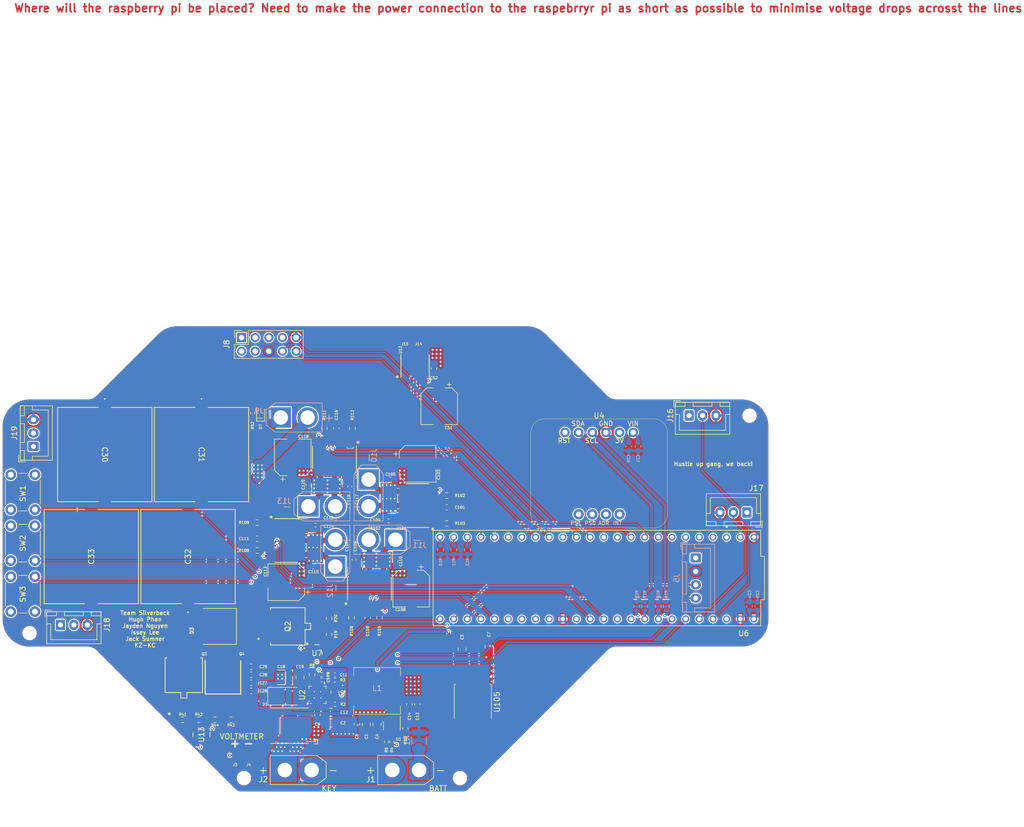
<source format=kicad_pcb>
(kicad_pcb (version 20240108) (generator "pcbnew") (generator_version "8.0")
  (layers (0 "F.Cu" signal) (1 "In1.Cu" signal) (2 "In2.Cu" signal) (31 "B.Cu" signal) (34 "B.Paste" user) (35 "F.Paste" user) (36 "B.SilkS" user "B.Silkscreen") (37 "F.SilkS" user "F.Silkscreen") (38 "B.Mask" user) (39 "F.Mask" user) (44 "Edge.Cuts" user))
  (net 0 "")
  (net 1 "Net-(U7-OUT)")
  (net 2 "Net-(U2-VCC)")
  (net 3 "Net-(U1-SW)")
  (net 4 "Net-(Q2-G)")
  (net 5 "/LINETX")
  (net 6 "Net-(D1-A)")
  (net 7 "GNDS")
  (net 8 "/SW3")
  (net 9 "/SW2")
  (net 10 "/SW1")
  (net 11 "/LINERX")
  (net 12 "/SDA")
  (net 13 "/SCL")
  (net 14 "/RPITX")
  (net 15 "/RPIRX")
  (net 16 "/M5IN2")
  (net 17 "/M5IN1")
  (net 18 "/M5B")
  (net 19 "/M5A")
  (net 20 "/M4IN2")
  (net 21 "/M4IN1")
  (net 22 "/M4B")
  (net 23 "/M4A")
  (net 24 "/M3IN2")
  (net 25 "/M3IN1")
  (net 26 "/M3B")
  (net 27 "/M3A")
  (net 28 "/M2IN2")
  (net 29 "/M2IN1")
  (net 30 "/M2B")
  (net 31 "/M2A")
  (net 32 "/M1IN2")
  (net 33 "/M1IN1")
  (net 34 "/M1B")
  (net 35 "/M1A")
  (net 36 "/KICK")
  (net 37 "/ENC4")
  (net 38 "/ENC3")
  (net 39 "/ENC2")
  (net 40 "/ENC1")
  (net 41 "+5V")
  (net 42 "+48V")
  (net 43 "+3V3")
  (net 44 "+15V")
  (net 45 "Net-(J1-Pin_2)")
  (net 47 "Net-(U2-SS)")
  (net 48 "Net-(U2-COMP)")
  (net 49 "Net-(C11-Pad1)")
  (net 50 "Net-(C26-Pad2)")
  (net 51 "Net-(C27-Pad2)")
  (net 52 "Net-(C28-Pad2)")
  (net 57 "Net-(J9-Pin_2)")
  (net 58 "Net-(U2-RT)")
  (net 59 "Net-(U2-FB)")
  (net 60 "Net-(U6-A4)")
  (net 61 "Net-(U6-A5)")
  (net 65 "Net-(Q3-G)")
  (net 66 "Net-(Q3-D)")
  (net 83 "Net-(U13-OUT)")
  (net 84 "/CHRG")
  (net 85 "GNDPWR")
  (net 86 "Net-(D7-A)")
  (net 87 "Net-(D7-K)")
  (net 88 "Net-(Q4-Pad1)")
  (net 89 "Net-(U1-VBST)")
  (net 90 "Net-(U1-VFB)")
  (net 92 "Net-(U101-DVDD)")
  (net 93 "Net-(U101-CPH)")
  (net 94 "Net-(U101-CPL)")
  (net 95 "Net-(U101-VCP)")
  (net 96 "Net-(U102-DVDD)")
  (net 97 "Net-(U102-CPL)")
  (net 98 "Net-(U102-CPH)")
  (net 99 "Net-(U102-VCP)")
  (net 100 "Net-(U103-DVDD)")
  (net 101 "Net-(U103-CPL)")
  (net 102 "Net-(U103-CPH)")
  (net 103 "Net-(U103-VCP)")
  (net 104 "Net-(U104-DVDD)")
  (net 105 "Net-(U104-CPL)")
  (net 106 "Net-(U104-CPH)")
  (net 107 "Net-(U104-VCP)")
  (net 108 "Net-(U101-DISABLE)")
  (net 109 "Net-(U101-NFAULT)")
  (net 110 "Net-(U102-DISABLE)")
  (net 111 "Net-(U102-NFAULT)")
  (net 112 "Net-(U103-DISABLE)")
  (net 113 "Net-(U103-NFAULT)")
  (net 114 "Net-(U104-DISABLE)")
  (net 115 "Net-(U104-NFAULT)")
  (footprint "865060663015:CAP_WCAP-ASLL_16p0X17p0_WRE" (layer "F.Cu") (at 104 137.25 -90)
    (property "Reference" "C30")
    (property "Value" "865060663015")
  )
  (footprint "Resistor_SMD:R_0603_1608Metric" (layer "F.Cu") (at 145.75 167.75 90)
    (property "Reference" "R20")
    (property "Value" "10K")
  )
  (footprint "Capacitor_SMD:C_0805_2012Metric" (layer "F.Cu") (at 140.3375 178.75 -90)
    (property "Reference" "C19")
    (property "Value" "100nF")
  )
  (footprint "Connector_AMASS:AMASS_XT30U-M_1x02_P5.0mm_Vertical" (layer "F.Cu") (at 162.5 196 180)
    (property "Reference" "J1")
    (property "Value" "4S Battery")
  )
  (footprint "Capacitor_SMD:C_0603_1608Metric" (layer "F.Cu") (at 141.975 142.85 -90)
    (property "Reference" "C120")
    (property "Value" "0.1uF")
  )
  (footprint "Capacitor_SMD:CP_Elec_6.3x5.9" (layer "F.Cu") (at 137.779 161.025 180)
    (property "Reference" "C113")
    (property "Value" "47uF")
  )
  (footprint "Connector_Wire:SolderWirePad_1x01_SMD_1x2mm" (layer "F.Cu") (at 159.85 114.9)
    (property "Reference" "J15")
    (property "Value" "-Motor 5")
  )
  (footprint "MountingHole:MountingHole_2.2mm_M2" (layer "F.Cu") (at 90 170.5)
    (property "Reference" "H2" (hide yes))
    (property "Value" "MountingHole")
  )
  (footprint "SBRD10200TR:DPAK228P1005X240-4N" (layer "F.Cu") (at 126.5 169.25 90)
    (property "Reference" "D3")
    (property "Value" "SBRD10200TR")
  )
  (footprint "Capacitor_SMD:C_0603_1608Metric" (layer "F.Cu") (at 131.2394 181.266352)
    (property "Reference" "C26")
    (property "Value" "470nF")
  )
  (footprint "Resistor_SMD:R_0603_1608Metric" (layer "F.Cu") (at 144.875 132.35 90)
    (property "Reference" "R111")
    (property "Value" "1K")
  )
  (footprint "Capacitor_SMD:C_0603_1608Metric" (layer "F.Cu") (at 131.2394 179.766352 180)
    (property "Reference" "C27")
    (property "Value" "470nF")
  )
  (footprint "Capacitor_SMD:C_0603_1608Metric" (layer "F.Cu") (at 131.2394 176.766352 180)
    (property "Reference" "C29")
    (property "Value" "470nF")
  )
  (footprint "Button_Switch_THT:SW_PUSH_6mm_H4.3mm" (layer "F.Cu") (at 86.5 157 90)
    (property "Reference" "SW2")
    (property "Value" "SPST")
  )
  (footprint "Package_TO_SOT_SMD:SOT-23-6" (layer "F.Cu") (at 157.43475 187.75 -90)
    (property "Reference" "U1")
    (property "Value" "TPS565208")
  )
  (footprint "Capacitor_SMD:C_0805_2012Metric" (layer "F.Cu") (at 154.68475 187.5 -90)
    (property "Reference" "C4")
    (property "Value" "10uF")
  )
  (footprint "Capacitor_SMD:C_0603_1608Metric" (layer "F.Cu") (at 143.2 151.275)
    (property "Reference" "C114")
    (property "Value" "1uF")
  )
  (footprint "Capacitor_SMD:C_0603_1608Metric" (layer "F.Cu") (at 157.15 141.975 180)
    (property "Reference" "C105")
    (property "Value" "0.1uF")
  )
  (footprint "Diode_SMD:D_SMA" (layer "F.Cu") (at 137.8375 182.25)
    (property "Reference" "D1")
    (property "Value" "SK220A")
  )
  (footprint "Capacitor_SMD:C_1210_3225Metric" (layer "F.Cu") (at 136.8375 178.75 180)
    (property "Reference" "C18")
    (property "Value" "2.2uF")
  )
  (footprint "Resistor_SMD:R_0603_1608Metric" (layer "F.Cu") (at 150.075 132.35 -90)
    (property "Reference" "R112")
    (property "Value" "10k")
  )
  (footprint "Capacitor_SMD:C_0805_2012Metric" (layer "F.Cu") (at 175.5 173 90)
    (property "Reference" "C7")
    (property "Value" "10uF")
  )
  (footprint "Capacitor_SMD:C_0603_1608Metric" (layer "F.Cu") (at 143.5875 185.75 90)
    (property "Reference" "C9")
    (property "Value" "1uF")
  )
  (footprint "Connector_JST:JST_XH_B3B-XH-A_1x03_P2.50mm_Vertical" (layer "F.Cu") (at 95.75 168.975)
    (property "Reference" "J18")
    (property "Value" "Encoder 3")
  )
  (footprint "Capacitor_SMD:C_0805_2012Metric" (layer "F.Cu") (at 146.0875 185.25 180)
    (property "Reference" "C12")
    (property "Value" "100nF")
  )
  (footprint "Capacitor_SMD:C_0603_1608Metric" (layer "F.Cu") (at 162.18475 183.75 -90)
    (property "Reference" "C13")
    (property "Value" "22uF")
  )
  (footprint "Capacitor_SMD:CP_Elec_6.3x5.9" (layer "F.Cu") (at 161.025 162.221 -90)
    (property "Reference" "C108")
    (property "Value" "47uF")
  )
  (footprint "865060663015:CAP_WCAP-ASLL_16p0X17p0_WRE" (layer "F.Cu") (at 119.5 156.25 90)
    (property "Reference" "C32")
    (property "Value" "865060663015")
  )
  (footprint "2.3 PCBs:Adafruit IMU BNO055" (layer "F.Cu") (at 196 140.75 180)
    (property "Reference" "U4")
    (property "Value" "Adafruit_BNO055_STEMMA_QT")
  )
  (footprint "Capacitor_SMD:C_0402_1005Metric" (layer "F.Cu") (at 144.3375 179.225)
    (property "Reference" "C5")
    (property "Value" "12nF")
  )
  (footprint "Resistor_SMD:R_0603_1608Metric" (layer "F.Cu") (at 149.925 167.65 90)
    (property "Reference" "R106")
    (property "Value" "10k")
  )
  (footprint "865060663015:CAP_WCAP-ASLL_16p0X17p0_WRE" (layer "F.Cu") (at 101.5 156.25 90)
    (property "Reference" "C33")
    (property "Value" "865060663015")
  )
  (footprint "Resistor_SMD:R_0603_1608Metric" (layer "F.Cu") (at 167.65 150.075 180)
    (property "Reference" "R103")
    (property "Value" "10k")
  )
  (footprint "Resistor_SMD:R_0402_1005Metric" (layer "F.Cu") (at 156.43475 190.75 -90)
    (property "Reference" "R5")
    (property "Value" "10k")
  )
  (footprint "Connector_JST:JST_XH_B3B-XH-A_1x03_P2.50mm_Vertical" (layer "F.Cu") (at 212.75 129.975)
    (property "Reference" "J16")
    (property "Value" "Encoder 1")
  )
  (footprint "Resistor_SMD:R_0603_1608Metric" (layer "F.Cu") (at 121.5 186.625452)
    (property "Reference" "R42")
    (property "Value" "10K")
  )
  (footprint "Connector_Wire:SolderWirePad_1x01_SMD_1x2mm" (layer "F.Cu") (at 128.25 193.25)
    (property "Reference" "J3")
    (property "Value" "+VOLTMETER")
  )
  (footprint "Capacitor_SMD:C_0402_1005Metric" (layer "F.Cu") (at 146.8375 178.25)
    (property "Reference" "C11")
    (property "Value" "33nF")
  )
  (footprint "Button_Switch_THT:SW_PUSH_6mm_H4.3mm" (layer "F.Cu") (at 86.5 147.5 90)
    (property "Reference" "SW1")
    (property "Value" "SPST")
  )
  (footprint "Capacitor_SMD:C_0603_1608Metric" (layer "F.Cu") (at 156.8 150.475 180)
    (property "Reference" "C102")
    (property "Value" "47nF")
  )
  (footprint "Capacitor_SMD:C_0603_1608Metric" (layer "F.Cu") (at 149.525 156.8 90)
    (property "Reference" "C107")
    (property "Value" "47nF")
  )
  (footprint "DRV8231DDAR:SOIC8_DDA_TEX" (layer "F.Cu") (at 161.75 120.75 90)
    (property "Reference" "U12")
    (property "Value" "DRV8231DDAR")
  )
  (footprint "Resistor_SMD:R_0402_1005Metric" (layer "F.Cu") (at 144.3375 178.225)
    (property "Reference" "R9")
    (property "Value" "2K49")
  )
  (footprint "Capacitor_SMD:C_0603_1608Metric" (layer "F.Cu") (at 158.025 157.15 90)
    (property "Reference" "C110")
    (property "Value" "0.1uF")
  )
  (footprint "Capacitor_SMD:C_0603_1608Metric" (layer "F.Cu") (at 148.725 143.2 -90)
    (property "Reference" "C119")
    (property "Value" "1uF")
  )
  (footprint "Connector_JST:JST_XH_B3B-XH-A_1x03_P2.50mm_Vertical" (layer "F.Cu") (at 90.725 135.75 90)
    (property "Reference" "J19")
    (property "Value" "Encoder 4")
  )
  (footprint "Resistor_SMD:R_0603_1608Metric" (layer "F.Cu") (at 155.125 167.65 -90)
    (property "Reference" "R105")
    (property "Value" "1K")
  )
  (footprint "Resistor_SMD:R_0603_1608Metric" (layer "F.Cu") (at 118.5 186.625452)
    (property "Reference" "R41")
    (property "Value" "10R")
  )
  (footprint "Connector_JST:JST_XH_B3B-XH-A_1x03_P2.50mm_Vertical" (layer "F.Cu") (at 223.5 148.025 180)
    (property "Reference" "J17")
    (property "Value" "Encoder 2")
  )
  (footprint "Capacitor_SMD:C_0603_1608Metric" (layer "F.Cu") (at 150.475 143.2 -90)
    (property "Reference" "C117")
    (property "Value" "47nF")
  )
  (footprint "Resistor_SMD:R_0603_1608Metric" (layer "F.Cu") (at 142.5875 178.25 -90)
    (property "Reference" "R8")
    (property "Value" "118K")
  )
  (footprint "DRV8873HPWPR:PWP24_TEX" (layer "F.Cu") (at 162.221 146.750001 180)
    (property "Reference" "U101")
    (property "Value" "DRV8873HPWPR")
  )
  (footprint "DMN10H170SK3_13:QNMOS1G2D3S_TO252DPAK_DIO" (layer "F.Cu") (at 118.7133 178.338752)
    (property "Reference" "Q3")
    (property "Value" "DMN10H170SK3-13")
  )
  (footprint "Resistor_SMD:R_0603_1608Metric" (layer "F.Cu") (at 132.35 155.125 180)
    (property "Reference" "R108")
    (property "Value" "1K")
  )
  (footprint "Capacitor_SMD:C_0805_2012Metric" (layer "F.Cu") (at 170.5 173.5 90)
    (property "Reference" "C3")
    (property "Value" "10uF")
  )
  (footprint "Capacitor_SMD:C_0603_1608Metric" (layer "F.Cu") (at 165.25 121.25 -90)
    (property "Reference" "C52")
    (property "Value" "0.1uF")
  )
  (footprint "Resistor_SMD:R_0603_1608Metric" (layer "F.Cu") (at 127.5 186.625452 180)
    (property "Reference" "R43")
    (property "Value" "263R")
  )
  (footprint "Connector_Wire:SolderWirePad_1x01_SMD_1x2mm" (layer "F.Cu") (at 130.75 193.25)
    (property "Reference" "J4")
    (property "Value" "-VOLTMETER")
  )
  (footprint "Capacitor_SMD:C_0603_1608Metric" (layer "F.Cu") (at 147.075 132.35 -90)
    (property "Reference" "C116")
    (property "Value" "1uF")
  )
  (footprint "Connector_PinSocket_2.54mm:PinSocket_2x05_P2.54mm_Vertical" (layer "F.Cu") (at 129.45 115.46 90)
    (property "Reference" "J8")
    (property "Value" "Conn_02x05_Odd_Even")
  )
  (footprint "MountingHole:MountingHole_2.2mm_M2" (layer "F.Cu") (at 224 130)
    (property "Reference" "H1" (hide yes))
    (property "Value" "MountingHole")
  )
  (footprint "DRV8873HPWPR:PWP24_TEX" (layer "F.Cu") (at 153.249999 162.221 90)
    (property "Reference" "U102")
    (property "Value" "DRV8873HPWPR")
  )
  (footprint "Capacitor_SMD:C_0603_1608Metric" (layer "F.Cu") (at 156.8 148.725 180)
    (property "Reference" "C104")
    (property "Value" "1uF")
  )
  (footprint "Resistor_SMD:R_0603_1608Metric" (layer "F.Cu") (at 132.35 149.925)
    (property "Reference" "R109")
    (property "Value" "10k")
  )
  (footprint "Capacitor_SMD:C_0603_1608Metric" (layer "F.Cu") (at 150.93475 187.5 -90)
    (property "Reference" "C6")
    (property "Value" "0.1uF")
  )
  (footprint "Resistor_SMD:R_0603_1608Metric" (layer "F.Cu") (at 145.75 170.75 90)
    (property "Reference" "R19")
    (property "Value" "10R")
  )
  (footprint "Connector_AMASS:AMASS_XT30U-F_1x02_P5.0mm_Vertical" (layer "F.Cu") (at 142.5 196 180)
    (property "Reference" "J2")
    (property "Value" "Power Switch")
  )
  (footprint "DGD0211CWT_7:TSOT25-TH_DIO" (layer "F.Cu") (at 121.991869 189.398083 90)
    (property "Reference" "U13")
    (property "Value" "DGD0211CWT-7")
  )
  (footprint "ASPI_0630LR_150M_T15:IND_ASPI-0630LR-150M-T15" (layer "F.Cu") (at 138.3375 187.75 180)
    (property "Reference" "L3")
    (property "Value" "ASPI-0630LR-150M-T15")
  )
  (footprint "865060663015:CAP_WCAP-ASLL_16p0X17p0_WRE" (layer "F.Cu") (at 122 137.25 -90)
    (property "Reference" "C31")
    (property "Value" "865060663015")
  )
  (footprint "MountingHole:MountingHole_2.2mm_M2" (layer "F.Cu") (at 170.1 197.5)
    (property "Reference" "H3" (hide yes))
    (property "Value" "MountingHole")
  )
  (footprint "Capacitor_SMD:C_0603_1608Metric" (layer "F.Cu") (at 159.93475 188.25 -90)
    (property "Reference" "C10")
    (property "Value" "0.1uF")
  )
  (footprint "Resistor_SMD:R_0402_1005Metric" (layer "F.Cu") (at 146.8375 183.75)
    (property "Reference" "R2")
    (property "Value" "9K76")
  )
  (footprint "Button_Switch_THT:SW_PUSH_6mm_H4.3mm" (layer "F.Cu") (at 86.5 166.5 90)
    (property "Reference" "SW3")
    (property "Value" "SPST")
  )
  (footprint "Capacitor_SMD:CP_Elec_6.3x5.9" (layer "F.Cu") (at 138.975 137.779 90)
    (property "Reference" "C118")
    (property "Value" "47uF")
  )
  (footprint "MountingHole:MountingHole_2.2mm_M2" (layer "F.Cu") (at 129.9 197.5)
    (property "Reference" "H4" (hide yes))
    (property "Value" "MountingHole")
  )
  (footprint "Connector_Wire:SolderWirePad_1x01_SMD_1x2mm" (layer "F.Cu") (at 162.4 114.9)
    (property "Reference" "J14")
    (property "Value" "+Motor 5")
  )
  (footprint "Capacitor_SMD:C_0603_1608Metric" (layer "F.Cu") (at 143.2 149.525)
    (property "Reference" "C112")
    (property "Value" "47nF")
  )
  (footprint "Capacitor_SMD:C_0603_1608Metric" (layer "F.Cu") (at 152.925 167.65 90)
    (property "Reference" "C106")
    (property "Value" "1uF")
  )
  (footprint "IRFR9024TRPBF:DPAK" (layer "F.Cu") (at 126 178.838752)
    (property "Reference" "Q4")
    (property "Value" "IRFR9024TRPBF")
  )
  (footprint "DGD0211CWT_7:TSOT25-TH_DIO" (layer "F.Cu") (at 143.5 174.25)
    (property "Reference" "U7")
    (property "Value" "DGD0211CWT-7")
  )
  (footprint "Capacitor_SMD:C_0603_1608Metric" (layer "F.Cu") (at 167.65 147.075 180)
    (property "Reference" "C101")
    (property "Value" "1uF")
  )
  (footprint "Capacitor_SMD:C_0805_2012Metric" (layer "F.Cu") (at 146.8375 181.5 -90)
    (property "Reference" "C8")
    (property "Value" "100pF")
  )
  (footprint "Resistor_SMD:R_0402_1005Metric" (layer "F.Cu") (at 131.5 129.55 -90)
    (property "Reference" "R52")
    (property "Value" "2K3")
  )
  (footprint "Capacitor_SMD:CP_Elec_6.3x5.9" (layer "F.Cu") (at 166.25 128.25 -90)
    (property "Reference" "C51")
    (property "Value" "47uF")
  )
  (footprint "DRV8873HPWPR:PWP24_TEX" (layer "F.Cu") (at 146.750001 137.779 -90)
    (property "Reference" "U104")
    (property "Value" "DRV8873HPWPR")
  )
  (footprint "Package_TO_SOT_SMD:TO-252-2" (layer "F.Cu") (at 172.4975 183.34 -90)
    (property "Reference" "U105")
    (property "Value" "BD33FC0FP")
  )
  (footprint "DMN10H170SK3_13:QNMOS1G2D3S_TO252DPAK_DIO" (layer "F.Cu") (at 138.0729 169.25 90)
    (property "Reference" "Q2")
    (property "Value" "DMN10H170SK3-13")
  )
  (footprint "Resistor_SMD:R_0603_1608Metric" (layer "F.Cu") (at 167.65 144.875)
    (property "Reference" "R102")
    (property "Value" "1K")
  )
  (footprint "DEV-16771:MODULE_DEV-16771" (layer "F.Cu") (at 195.6 160.25 180)
    (property "Reference" "U6")
    (property "Value" "DEV-16771")
  )
  (footprint "Capacitor_SMD:C_0603_1608Metric" (layer "F.Cu") (at 132.35 152.925)
    (property "Reference" "C111")
    (property "Value" "1uF")
  )
  (footprint "Resistor_SMD:R_0603_1608Metric" (layer "F.Cu") (at 124.5 186.625452)
    (property "Reference" "R44")
    (property "Value" "1K")
  )
  (footprint "LED_SMD:LED_0603_1608Metric" (layer "F.Cu") (at 133 129.55 90)
    (property "Reference" "D7")
    (property "Value" "LED")
  )
  (footprint "Resistor_SMD:R_0402_1005Metric" (layer "F.Cu") (at 146.8375 179.25)
    (property "Reference" "R3")
    (property "Value" "1K62")
  )
  (footprint "Inductor_SMD:MPXV1D0840" (layer "F.Cu") (at 154.68475 181.25)
    (property "Reference" "L1")
    (property "Value" "3.3uH")
  )
  (footprint "DRV8873HPWPR:PWP24_TEX" (layer "F.Cu") (at 137.779 153.249999)
    (property "Reference" "U103")
    (property "Value" "DRV8873HPWPR")
  )
  (footprint "Capacitor_SMD:C_0603_1608Metric" (layer "F.Cu") (at 142.85 158.025)
    (property "Reference" "C115")
    (property "Value" "0.1uF")
  )
  (footprint "Capacitor_SMD:C_0603_1608Metric" (layer "F.Cu") (at 151.275 156.8 90)
    (property "Reference" "C109")
    (property "Value" "1uF")
  )
  (footprint "Capacitor_SMD:C_0805_2012Metric" (layer "F.Cu") (at 152.68475 187.5 -90)
    (property "Reference" "C1")
    (property "Value" "10uF")
  )
  (footprint "Capacitor_SMD:C_0603_1608Metric" (layer "F.Cu") (at 160.68475 183.75 -90)
    (property "Reference" "C14")
    (property "Value" "22uF")
  )
  (footprint "Resistor_SMD:R_0402_1005Metric" (layer "F.Cu") (at 157.43475 190.75 90)
    (property "Reference" "R4")
    (property "Value" "54k9")
  )
  (footprint "Capacitor_SMD:C_0805_2012Metric" (layer "F.Cu") (at 146.0875 187.25)
    (property "Reference" "C2")
    (property "Value" "4.7uF")
  )
  (footprint "Package_DFN_QFN:WQFN-16-1EP_3x3mm_P0.5mm_EP1.68x1.68mm_ThermalVias" (layer "F.Cu") (at 143.5875 182 90)
    (property "Reference" "U2")
    (property "Value" "LM51581RTER")
  )
  (footprint "Capacitor_SMD:C_0603_1608Metric" (layer "F.Cu") (at 131.2394 178.266352)
    (property "Reference" "C28")
    (property "Value" "470nF")
  )
  (footprint "Capacitor_SMD:CP_Elec_6.3x5.9" (layer "F.Cu") (at 162.221 138.975)
    (property "Reference" "C103")
    (property "Value" "47uF")
  )
  (footprint "Resistor_SMD:R_0603_1608Metric" (layer "B.Cu") (at 208.5 165.5 90)
    (property "Reference" "R14")
    (property "Value" "4K7")
  )
  (footprint "Resistor_SMD:R_0603_1608Metric" (layer "B.Cu") (at 207 165.5 -90)
    (property "Reference" "R18")
    (property "Value" "10R")
  )
  (footprint "Connector_AMASS:AMASS_XT30U-M_1x02_P5.0mm_Vertical" (layer "B.Cu") (at 136.75 130.35)
    (property "Reference" "J9")
    (property "Value" "Solenoid")
  )
  (footprint "Resistor_SMD:R_0603_1608Metric" (layer "B.Cu") (at 166.5 155 -90)
    (property "Reference" "R10")
    (property "Value" "10K")
  )
  (footprint "Capacitor_SMD:C_0603_1608Metric" (layer "B.Cu") (at 224 165.5 90)
    (property "Reference" "C24")
    (property "Value" "0.1uF")
  )
  (footprint "Connector_AMASS:AMASS_XT30U-F_1x02_P5.0mm_Vertical" (layer "B.Cu") (at 141.9 146.9)
    (property "Reference" "J13")
    (property "Value" "Motor 4")
  )
  (footprint "Capacitor_SMD:C_0603_1608Metric" (layer "B.Cu") (at 203.25 135.75 -90)
    (property "Reference" "C21")
    (property "Value" "10uF")
  )
  (footprint "Resistor_SMD:R_0603_1608Metric" (layer "B.Cu") (at 204.5 165.5 -90)
    (property "Reference" "R17")
    (property "Value" "10R")
  )
  (footprint "Connector_AMASS:AMASS_XT30U-F_1x02_P5.0mm_Vertical" (layer "B.Cu") (at 153.1 141.9 -90)
    (property "Reference" "J10")
    (property "Value" "Motor 1")
  )
  (footprint "Resistor_SMD:R_0603_1608Metric" (layer "B.Cu") (at 171.5 155 -90)
    (property "Reference" "R12")
    (property "Value" "10K")
  )
  (footprint "Resistor_SMD:R_0603_1608Metric" (layer "B.Cu") (at 203 165.5 90)
    (property "Reference" "R15")
    (property "Value" "4K7")
  )
  (footprint "Resistor_SMD:R_1210_3225Metric" (layer "B.Cu") (at 162.5 190.5 -90)
    (property "Reference" "R1")
    (property "Value" "0R")
  )
  (footprint "Connector_AMASS:AMASS_XT30U-F_1x02_P5.0mm_Vertical" (layer "B.Cu") (at 158.1 153.1 180)
    (property "Reference" "J11")
    (property "Value" "Motor 2")
  )
  (footprint "Connector_JST:JST_XH_B4B-XH-A_1x04_P2.50mm_Vertical" (layer "B.Cu") (at 213.975 156.5 -90)
    (property "Reference" "J5")
    (property "Value" "Line")
  )
  (footprint "Capacitor_SMD:C_0603_1608Metric" (layer "B.Cu") (at 225.5 165.5 90)
    (property "Reference" "C25")
    (property "Value" "10uF")
  )
  (footprint "Capacitor_SMD:C_0603_1608Metric" (layer "B.Cu") (at 201.5 135.75 -90)
    (property "Reference" "C20")
    (property "Value" "100nF")
  )
  (footprint "Resistor_SMD:R_0603_1608Metric" (layer "B.Cu") (at 168.95 155 -90)
    (property "Reference" "R11")
    (property "Value" "10K")
  )
  (footprint "Connector_AMASS:AMASS_XT30U-F_1x02_P5.0mm_Vertical" (layer "B.Cu") (at 146.9 158.1 90)
    (property "Reference" "J12")
    (property "Value" "Motor 3")
  )
  (gr_arc (start 171.652544 199.560659) (mid 171.165908 199.885813) (end 170.591884 199.999999) (stroke (width 0.01)) (layer "Edge.Cuts"))
  (gr_line (start 100.751263 127) (end 90 127) (stroke (width 0.01)) (layer "Edge.Cuts"))
  (gr_line (start 197.48097 126.267767) (end 186.031224 114.81802) (stroke (width 0.01)) (layer "Edge.Cuts"))
  (gr_arc (start 222.5 127) (mid 226.035534 128.464466) (end 227.5 132) (stroke (width 0.01)) (layer "Edge.Cuts"))
  (gr_line (start 171.652544 199.560659) (end 197.48097 173.732233) (stroke (width 0.01)) (layer "Edge.Cuts"))
  (gr_arc (start 85 132) (mid 86.464466 128.464466) (end 90 127) (stroke (width 0.01)) (layer "Edge.Cuts"))
  (gr_arc (start 102.51903 126.267767) (mid 101.707972 126.809699) (end 100.751263 127) (stroke (width 0.01)) (layer "Edge.Cuts"))
  (gr_line (start 222.5 127) (end 199.248737 127) (stroke (width 0.01)) (layer "Edge.Cuts"))
  (gr_line (start 129.408116 199.999999) (end 170.591884 199.999999) (stroke (width 0.01)) (layer "Edge.Cuts"))
  (gr_arc (start 100.751263 173) (mid 101.707972 173.190301) (end 102.51903 173.732233) (stroke (width 0.01)) (layer "Edge.Cuts"))
  (gr_arc (start 90 173) (mid 86.464466 171.535534) (end 85 168) (stroke (width 0.01)) (layer "Edge.Cuts"))
  (gr_line (start 90 173) (end 100.751263 173) (stroke (width 0.01)) (layer "Edge.Cuts"))
  (gr_arc (start 197.48097 173.732233) (mid 198.292031 173.190313) (end 199.248737 173) (stroke (width 0.01)) (layer "Edge.Cuts"))
  (gr_line (start 182.49569 113.353554) (end 117.50431 113.353554) (stroke (width 0.01)) (layer "Edge.Cuts"))
  (gr_arc (start 199.248737 127) (mid 198.292021 126.809711) (end 197.48097 126.267767) (stroke (width 0.01)) (layer "Edge.Cuts"))
  (gr_line (start 102.51903 173.732233) (end 128.347456 199.560659) (stroke (width 0.01)) (layer "Edge.Cuts"))
  (gr_line (start 227.5 168) (end 227.5 132) (stroke (width 0.01)) (layer "Edge.Cuts"))
  (gr_arc (start 113.968776 114.81802) (mid 115.590893 113.734156) (end 117.50431 113.353554) (stroke (width 0.01)) (layer "Edge.Cuts"))
  (gr_arc (start 227.5 168) (mid 226.035534 171.535534) (end 222.5 173) (stroke (width 0.01)) (layer "Edge.Cuts"))
  (gr_line (start 85 132) (end 85 168) (stroke (width 0.01)) (layer "Edge.Cuts"))
  (gr_arc (start 182.49569 113.353554) (mid 184.409112 113.73415) (end 186.031224 114.81802) (stroke (width 0.01)) (layer "Edge.Cuts"))
  (gr_line (start 113.968776 114.81802) (end 102.51903 126.267767) (stroke (width 0.01)) (layer "Edge.Cuts"))
  (gr_arc (start 129.408116 199.999999) (mid 128.834091 199.885818) (end 128.347456 199.560659) (stroke (width 0.01)) (layer "Edge.Cuts"))
  (gr_line (start 199.248737 173) (end 222.5 173) (stroke (width 0.01)) (layer "Edge.Cuts"))
  (gr_text "Where will the raspberry pi be placed? Need to make the power connection to the raspebrryr pi as short as possible to minimise voltage drops acrosst the lines" (at 87 55 0) (layer "F.Cu") (effects (font (size 1.5 1.5) (thickness 0.3) (bold yes)) (justify left bottom)))
  (gr_text "Team Silverback\nHugh Phan\nJayden Nguyen\nIssey Lee\nJack Sumner\nKZ-KC" (at 111.5 169.75 0) (layer "F.SilkS") (effects (font (size 0.75 0.75) (thickness 0.15) (bold yes))))
  (gr_text "Hustle up gang, we back!" (at 217.25 139 0) (layer "F.SilkS") (effects (font (size 0.75 0.75) (thickness 0.15) (bold yes))))
  (gr_text "VOLTMETER" (at 129.5 189.75 0) (layer "F.SilkS") (effects (font (size 1 1))))
  (gr_text "KEY" (at 144.25 200 0) (layer "F.SilkS") (effects (font (size 1 1)) (justify left bottom)))
  (gr_text "-" (at 130.75 191 0) (layer "F.SilkS") (effects (font (size 1.5 1.5) (thickness 0.3) (bold yes))))
  (gr_text "BATT" (at 164.25 200 0) (layer "F.SilkS") (effects (font (size 1 1)) (justify left bottom)))
  (gr_text "+" (at 128.25 191 0) (layer "F.SilkS") (effects (font (size 1.5 1.5) (thickness 0.3) (bold yes))))
  (segment (start 145.75 172.149499) (end 145.75 171.575) (width 0.75) (layer "F.Cu") (net 1))
  (segment (start 144.5995 173.299999) (end 145.75 172.149499) (width 0.75) (layer "F.Cu") (net 1))
  (segment (start 143.3375 184.725) (end 143.3375 183.4375) (width 0.25) (layer "F.Cu") (net 2))
  (segment (start 158.037998 187.6) (end 157.43475 186.996752) (width 0.25) (layer "F.Cu") (net 3))
  (segment (start 155.93475 183.75) (end 157.43475 185.25) (width 0.75) (layer "F.Cu") (net 3))
  (segment (start 151.06525 183.75) (end 155.93475 183.75) (width 0.75) (layer "F.Cu") (net 3))
  (segment (start 151.06525 181.25) (end 151.06525 183.75) (width 0.75) (layer "F.Cu") (net 3))
  (segment (start 157.43475 185.25) (end 157.43475 186.6125) (width 0.75) (layer "F.Cu") (net 3))
  (segment (start 159.80975 187.6) (end 158.037998 187.6) (width 0.25) (layer "F.Cu") (net 3))
  (segment (start 145.0179 169.925) (end 143.4069 171.536) (width 0.75) (layer "F.Cu") (net 4))
  (segment (start 145.75 169.925) (end 145.75 168.575) (width 0.75) (layer "F.Cu") (net 4))
  (segment (start 145.75 169.925) (end 145.0179 169.925) (width 0.75) (layer "F.Cu") (net 4))
  (segment (start 175.3 161.5) (end 213.975 161.5) (width 0.25) (layer "F.Cu") (net 5))
  (segment (start 168.93 167.87) (end 175.3 161.5) (width 0.25) (layer "F.Cu") (net 5))
  (segment (start 142 181.4) (end 140.6875 181.4) (width 1) (layer "F.Cu") (net 6))
  (segment (start 140.6875 181.4) (end 139.8375 182.25) (width 1) (layer "F.Cu") (net 6))
  (segment (start 139.8375 182.25) (end 135.3125 186.775) (width 1) (layer "F.Cu") (net 6))
  (via (at 131.25 161) (size 0.6) (drill 0.3) (layers "F.Cu" "B.Cu") (net 8))
  (segment (start 131.25 161) (end 92 161) (width 0.25) (layer "B.Cu") (net 8))
  (segment (start 92 161) (end 91 160) (width 0.25) (layer "B.Cu") (net 8))
  (segment (start 171.47 152.63) (end 171.47 154.145) (width 0.25) (layer "B.Cu") (net 8))
  (via (at 132 160) (size 0.6) (drill 0.3) (layers "F.Cu" "B.Cu") (net 9))
  (segment (start 168.93 152.63) (end 168.93 154.155) (width 0.25) (layer "B.Cu") (net 9))
  (segment (start 129 157) (end 91 157) (width 0.25) (layer "B.Cu") (net 9))
  (segment (start 132 160) (end 129 157) (width 0.25) (layer "B.Cu") (net 9))
  (via (at 132.75 159) (size 0.6) (drill 0.3) (layers "F.Cu" "B.Cu") (net 10))
  (segment (start 166.39 152.63) (end 166.39 154.065) (width 0.5) (layer "B.Cu") (net 10))
  (segment (start 132.75 159) (end 121.25 147.5) (width 0.25) (layer "B.Cu") (net 10))
  (segment (start 121.25 147.5) (end 91 147.5) (width 0.25) (layer "B.Cu") (net 10))
  (segment (start 175.34 164) (end 171.47 167.87) (width 0.25) (layer "F.Cu") (net 11))
  (segment (start 213.975 164) (end 175.34 164) (width 0.25) (layer "F.Cu") (net 11))
  (segment (start 203 164.675) (end 205.75 161.925) (width 0.5) (layer "B.Cu") (net 12))
  (segment (start 205.75 161.925) (end 205.75 146.69) (width 0.5) (layer "B.Cu") (net 12))
  (segment (start 204.5 164.675) (end 203 164.675) (width 0.5) (layer "B.Cu") (net 12))
  (segment (start 205.75 146.69) (end 192.19 133.13) (width 0.5) (layer "B.Cu") (net 12))
  (segment (start 208.25 163.425) (end 207 164.675) (width 0.5) (layer "B.Cu") (net 13))
  (segment (start 208.25 146.65) (end 208.25 163.425) (width 0.5) (layer "B.Cu") (net 13))
  (segment (start 208.5 164.675) (end 207 164.675) (width 0.5) (layer "B.Cu") (net 13))
  (segment (start 194.73 133.13) (end 208.25 146.65) (width 0.5) (layer "B.Cu") (net 13))
  (segment (start 203 150.25) (end 205 152.25) (width 0.25) (layer "B.Cu") (net 14))
  (segment (start 137.07 118) (end 138.32 116.75) (width 0.25) (layer "B.Cu") (net 14))
  (segment (start 138.32 116.75) (end 140.260027 116.75) (width 0.25) (layer "B.Cu") (net 14))
  (segment (start 141.760027 118.25) (end 156.25 118.25) (width 0.25) (layer "B.Cu") (net 14))
  (segment (start 140.260027 116.75) (end 141.760027 118.25) (width 0.25) (layer "B.Cu") (net 14))
  (segment (start 188.25 150.25) (end 203 150.25) (width 0.25) (layer "B.Cu") (net 14))
  (segment (start 156.25 118.25) (end 188.25 150.25) (width 0.25) (layer "B.Cu") (net 14))
  (segment (start 141.05 119.44) (end 155.44 119.44) (width 0.25) (layer "B.Cu") (net 15))
  (segment (start 200.57 151.25) (end 201.95 152.63) (width 0.25) (layer "B.Cu") (net 15))
  (segment (start 139.61 118) (end 141.05 119.44) (width 0.25) (layer "B.Cu") (net 15))
  (segment (start 187.25 151.25) (end 200.57 151.25) (width 0.25) (layer "B.Cu") (net 15))
  (segment (start 155.44 119.44) (end 187.25 151.25) (width 0.25) (layer "B.Cu") (net 15))
  (segment (start 161.115 123.47415) (end 161.25 123.60915) (width 0.25) (layer "F.Cu") (net 16))
  (segment (start 167.929223 138.044633) (end 167.929223 141.929223) (width 0.25) (layer "F.Cu") (net 16))
  (segment (start 177.25 151.25) (end 190.41 151.25) (width 0.25) (layer "F.Cu") (net 16))
  (segment (start 161.25 123.60915) (end 161.25 131.36541) (width 0.25) (layer "F.Cu") (net 16))
  (segment (start 161.25 131.36541) (end 167.929223 138.044633) (width 0.25) (layer "F.Cu") (net 16))
  (segment (start 190.41 151.25) (end 191.79 152.63) (width 0.25) (layer "F.Cu") (net 16))
  (segment (start 167.929223 141.929223) (end 177.25 151.25) (width 0.25) (layer "F.Cu") (net 16))
  (segment (start 162.385 130.635) (end 169.25 137.5) (width 0.25) (layer "F.Cu") (net 17))
  (segment (start 162.385 123.47415) (end 162.385 130.635) (width 0.25) (layer "F.Cu") (net 17))
  (segment (start 191.7 150) (end 194.33 152.63) (width 0.25) (layer "F.Cu") (net 17))
  (segment (start 169.25 137.5) (end 169.25 141.5) (width 0.25) (layer "F.Cu") (net 17))
  (segment (start 177.75 150) (end 191.7 150) (width 0.25) (layer "F.Cu") (net 17))
  (segment (start 169.25 141.5) (end 177.75 150) (width 0.25) (layer "F.Cu") (net 17))
  (segment (start 159.85 118.02085) (end 159.845 118.02585) (width 1) (layer "F.Cu") (net 18))
  (segment (start 159.85 114.9) (end 159.85 118.02085) (width 1) (layer "F.Cu") (net 18))
  (segment (start 162.385 114.915) (end 162.4 114.9) (width 1) (layer "F.Cu") (net 19))
  (segment (start 162.385 118.02585) (end 162.385 114.915) (width 1) (layer "F.Cu") (net 19))
  (segment (start 145.700497 134.932505) (end 145.775002 134.858) (width 0.25) (layer "F.Cu") (net 20))
  (segment (start 145.700497 136) (end 145.700497 134.932505) (width 0.25) (layer "F.Cu") (net 20))
  (via (at 145.700497 136) (size 0.6) (drill 0.3) (layers "F.Cu" "B.Cu") (net 20))
  (segment (start 146.891119 137.25) (end 146.866116 137.25) (width 0.25) (layer "B.Cu") (net 20))
  (segment (start 146.866116 137.25) (end 145.700497 136.084381) (width 0.25) (layer "B.Cu") (net 20))
  (segment (start 145.700497 136.084381) (end 145.700497 136) (width 0.25) (layer "B.Cu") (net 20))
  (segment (start 168.75 137.25) (end 184.13 152.63) (width 0.25) (layer "B.Cu") (net 20))
  (segment (start 146.891119 137.25) (end 168.75 137.25) (width 0.25) (layer "B.Cu") (net 20))
  (segment (start 184.13 152.63) (end 184.17 152.63) (width 0.25) (layer "B.Cu") (net 20))
  (segment (start 146.5 136) (end 146.5 134.932997) (width 0.25) (layer "F.Cu") (net 21))
  (segment (start 146.5 134.932997) (end 146.425003 134.858) (width 0.25) (layer "F.Cu") (net 21))
  (via (at 146.5 136) (size 0.6) (drill 0.3) (layers "F.Cu" "B.Cu") (net 21))
  (segment (start 186.63 152.63) (end 186.71 152.63) (width 0.25) (layer "B.Cu") (net 21))
  (segment (start 146.75 136.25) (end 170.25 136.25) (width 0.25) (layer "B.Cu") (net 21))
  (segment (start 170.25 136.25) (end 186.63 152.63) (width 0.25) (layer "B.Cu") (net 21))
  (segment (start 146.75 136.25) (end 146.5 136) (width 0.25) (layer "B.Cu") (net 21))
  (segment (start 144.15 140.3) (end 144.15 144.65) (width 1) (layer "F.Cu") (net 22))
  (segment (start 144.475002 140.7) (end 144.2 140.7) (width 0.25) (layer "F.Cu") (net 22))
  (segment (start 144.15 144.65) (end 141.9 146.9) (width 1) (layer "F.Cu") (net 22))
  (segment (start 146.75 144.739214) (end 146.75 146.75) (width 1) (layer "F.Cu") (net 23))
  (segment (start 146.725 141.635786) (end 146.725 144.714214) (width 1) (layer "F.Cu") (net 23))
  (segment (start 147.074999 140.7) (end 146.8 140.7) (width 0.25) (layer "F.Cu") (net 23))
  (segment (start 146.75 140.35) (end 146.75 141.610786) (width 1) (layer "F.Cu") (net 23))
  (segment (start 146.75 141.610786) (end 146.725 141.635786) (width 1) (layer "F.Cu") (net 23))
  (segment (start 146.725 144.714214) (end 146.75 144.739214) (width 1) (layer "F.Cu") (net 23))
  (segment (start 136 154.25) (end 134.883002 154.25) (width 0.25) (layer "F.Cu") (net 24))
  (segment (start 134.883002 154.25) (end 134.858 154.224998) (width 0.25) (layer "F.Cu") (net 24))
  (via (at 136 154.25) (size 0.6) (drill 0.3) (layers "F.Cu" "B.Cu") (net 24))
  (segment (start 136.25 154.5) (end 136.25 158.5) (width 0.25) (layer "B.Cu") (net 24))
  (segment (start 136 154.25) (end 136.25 154.5) (width 0.25) (layer "B.Cu") (net 24))
  (segment (start 140.5 162.75) (end 189.21 162.75) (width 0.25) (layer "B.Cu") (net 24))
  (segment (start 189.21 162.75) (end 194.33 167.87) (width 0.25) (layer "B.Cu") (net 24))
  (segment (start 136.25 158.5) (end 140.5 162.75) (width 0.25) (layer "B.Cu") (net 24))
  (segment (start 136.073 153.25) (end 135.998003 153.25) (width 0.25) (layer "F.Cu") (net 25))
  (segment (start 135.673006 153.574997) (end 134.858 153.574997) (width 0.25) (layer "F.Cu") (net 25))
  (segment (start 135.998003 153.25) (end 135.673006 153.574997) (width 0.25) (layer "F.Cu") (net 25))
  (via (at 136.073 153.25) (size 0.6) (drill 0.3) (layers "F.Cu" "B.Cu") (net 25))
  (segment (start 190.75 161.75) (end 196.87 167.87) (width 0.25) (layer "B.Cu") (net 25))
  (segment (start 136.25 153.25) (end 136.75 153.75) (width 0.25) (layer "B.Cu") (net 25))
  (segment (start 136.75 157.75) (end 140.75 161.75) (width 0.25) (layer "B.Cu") (net 25))
  (segment (start 140.75 161.75) (end 190.75 161.75) (width 0.25) (layer "B.Cu") (net 25))
  (segment (start 136.75 153.75) (end 136.75 157.75) (width 0.25) (layer "B.Cu") (net 25))
  (segment (start 136.073 153.25) (end 136.25 153.25) (width 0.25) (layer "B.Cu") (net 25))
  (segment (start 140.3 155.85) (end 144.65 155.85) (width 1) (layer "F.Cu") (net 26))
  (segment (start 140.7 155.524998) (end 140.7 155.8) (width 0.25) (layer "F.Cu") (net 26))
  (segment (start 144.65 155.85) (end 146.9 158.1) (width 1) (layer "F.Cu") (net 26))
  (segment (start 144.714214 153.275) (end 144.739214 153.25) (width 1) (layer "F.Cu") (net 27))
  (segment (start 141.635786 153.275) (end 144.714214 153.275) (width 1) (layer "F.Cu") (net 27))
  (segment (start 141.610786 153.25) (end 141.635786 153.275) (width 1) (layer "F.Cu") (net 27))
  (segment (start 144.739214 153.25) (end 146.75 153.25) (width 1) (layer "F.Cu") (net 27))
  (segment (start 140.35 153.25) (end 141.610786 153.25) (width 1) (layer "F.Cu") (net 27))
  (segment (start 140.7 152.925001) (end 140.7 153.2) (width 0.25) (layer "F.Cu") (net 27))
  (segment (start 154.5 163.927) (end 154.224998 164.202002) (width 0.25) (layer "F.Cu") (net 28))
  (segment (start 154.224998 164.202002) (end 154.224998 165.142) (width 0.25) (layer "F.Cu") (net 28))
  (via (at 154.5 163.927) (size 0.6) (drill 0.3) (layers "F.Cu" "B.Cu") (net 28))
  (segment (start 154.5 163.927) (end 154.677 163.75) (width 0.25) (layer "B.Cu") (net 28))
  (segment (start 154.677 163.75) (end 169.89 163.75) (width 0.25) (layer "B.Cu") (net 28))
  (segment (start 169.89 163.75) (end 174.01 167.87) (width 0.25) (layer "B.Cu") (net 28))
  (segment (start 153.574997 164.046598) (end 153.574997 165.142) (width 0.25) (layer "F.Cu") (net 29))
  (segment (start 153.641102 163.980493) (end 153.574997 164.046598) (width 0.25) (layer "F.Cu") (net 29))
  (via (at 153.641102 163.980493) (size 0.6) (drill 0.3) (layers "F.Cu" "B.Cu") (net 29))
  (segment (start 153.641102 163.902014) (end 154.293116 163.25) (width 0.25) (layer "B.Cu") (net 29))
  (segment (start 154.293116 163.25) (end 171.93 163.25) (width 0.25) (layer "B.Cu") (net 29))
  (segment (start 153.641102 163.980493) (end 153.641102 163.902014) (width 0.25) (layer "B.Cu") (net 29))
  (segment (start 171.93 163.25) (end 176.55 167.87) (width 0.25) (layer "B.Cu") (net 29))
  (segment (start 155.524998 159.3) (end 155.8 159.3) (width 0.25) (layer "F.Cu") (net 30))
  (segment (start 155.85 155.35) (end 158.1 153.1) (width 1) (layer "F.Cu") (net 30))
  (segment (start 155.85 159.7) (end 155.85 155.35) (width 1) (layer "F.Cu") (net 30))
  (segment (start 153.275 155.285786) (end 153.25 155.260786) (width 1) (layer "F.Cu") (net 31))
  (segment (start 153.25 158.389214) (end 153.275 158.364214) (width 1) (layer "F.Cu") (net 31))
  (segment (start 152.925001 159.3) (end 153.2 159.3) (width 0.25) (layer "F.Cu") (net 31))
  (segment (start 153.25 155.260786) (end 153.25 153.25) (width 1) (layer "F.Cu") (net 31))
  (segment (start 153.25 159.65) (end 153.25 158.389214) (width 1) (layer "F.Cu") (net 31))
  (segment (start 153.275 158.364214) (end 153.275 155.285786) (width 1) (layer "F.Cu") (net 31))
  (segment (start 169.695002 145.775002) (end 176.55 152.63) (width 0.25) (layer "F.Cu") (net 32))
  (segment (start 165.142 145.775002) (end 169.695002 145.775002) (width 0.25) (layer "F.Cu") (net 32))
  (segment (start 166.272179 146.425003) (end 165.142 146.425003) (width 0.25) (layer "F.Cu") (net 33))
  (segment (start 168.877818 146.275) (end 166.422182 146.275) (width 0.25) (layer "F.Cu") (net 33))
  (segment (start 166.422182 146.275) (end 166.272179 146.425003) (width 0.25) (layer "F.Cu") (net 33))
  (segment (start 174.01 151.407182) (end 168.877818 146.275) (width 0.25) (layer "F.Cu") (net 33))
  (segment (start 174.01 152.63) (end 174.01 151.407182) (width 0.25) (layer "F.Cu") (net 33))
  (segment (start 155.35 144.15) (end 153.1 141.9) (width 1) (layer "F.Cu") (net 34))
  (segment (start 159.3 144.475002) (end 159.3 144.2) (width 0.25) (layer "F.Cu") (net 34))
  (segment (start 159.7 144.15) (end 155.35 144.15) (width 1) (layer "F.Cu") (net 34))
  (segment (start 158.389214 146.75) (end 158.364214 146.725) (width 1) (layer "F.Cu") (net 35))
  (segment (start 155.260786 146.75) (end 153.25 146.75) (width 1) (layer "F.Cu") (net 35))
  (segment (start 158.364214 146.725) (end 155.285786 146.725) (width 1) (layer "F.Cu") (net 35))
  (segment (start 155.285786 146.725) (end 155.260786 146.75) (width 1) (layer "F.Cu") (net 35))
  (segment (start 159.3 147.074999) (end 159.3 146.8) (width 0.25) (layer "F.Cu") (net 35))
  (segment (start 159.65 146.75) (end 158.389214 146.75) (width 1) (layer "F.Cu") (net 35))
  (segment (start 142.998837 175.798338) (end 142.4005 175.200001) (width 0.25) (layer "F.Cu") (net 36))
  (segment (start 143.5 175.798338) (end 142.998837 175.798338) (width 0.25) (layer "F.Cu") (net 36))
  (via (at 143.5 175.798338) (size 0.6) (drill 0.3) (layers "F.Cu" "B.Cu") (net 36))
  (segment (start 145.201662 175.798338) (end 153.13 167.87) (width 0.25) (layer "B.Cu") (net 36))
  (segment (start 143.5 175.798338) (end 145.201662 175.798338) (width 0.25) (layer "B.Cu") (net 36))
  (segment (start 153.13 167.87) (end 166.39 167.87) (width 0.25) (layer "B.Cu") (net 36))
  (via (at 158.5 174.5) (size 0.6) (drill 0.3) (layers "F.Cu" "B.Cu") (net 37))
  (segment (start 205.84 171.6) (end 209.57 167.87) (width 0.25) (layer "B.Cu") (net 37))
  (segment (start 177.3 171.6) (end 205.84 171.6) (width 0.25) (layer "B.Cu") (net 37))
  (segment (start 174.4 174.5) (end 177.3 171.6) (width 0.25) (layer "B.Cu") (net 37))
  (segment (start 158.5 174.5) (end 174.4 174.5) (width 0.25) (layer "B.Cu") (net 37))
  (via (at 146 176) (size 0.6) (drill 0.3) (layers "F.Cu" "B.Cu") (net 38))
  (via (at 158.5 176) (size 0.6) (drill 0.3) (layers "F.Cu" "B.Cu") (net 38))
  (segment (start 178.85 172.25) (end 207.73 172.25) (width 0.25) (layer "B.Cu") (net 38))
  (segment (start 175.1 176) (end 178.85 172.25) (width 0.25) (layer "B.Cu") (net 38))
  (segment (start 158.5 176) (end 175.1 176) (width 0.25) (layer "B.Cu") (net 38))
  (segment (start 207.73 172.25) (end 212.11 167.87) (width 0.25) (layer "B.Cu") (net 38))
  (segment (start 221 149.5) (end 223.249 151.749) (width 0.25) (layer "B.Cu") (net 39))
  (segment (start 221 148.025) (end 221 149.5) (width 0.25) (layer "B.Cu") (net 39))
  (segment (start 223.249 159.271) (end 214.65 167.87) (width 0.25) (layer "B.Cu") (net 39))
  (segment (start 223.249 151.749) (end 223.249 159.271) (width 0.25) (layer "B.Cu") (net 39))
  (segment (start 223.831 151.081) (end 223.831 161.229) (width 0.25) (layer "B.Cu") (net 40))
  (segment (start 215.25 140.4) (end 222.25 147.4) (width 0.25) (layer "B.Cu") (net 40))
  (segment (start 222.25 147.4) (end 222.25 149.5) (width 0.25) (layer "B.Cu") (net 40))
  (segment (start 223.831 161.229) (end 217.19 167.87) (width 0.25) (layer "B.Cu") (net 40))
  (segment (start 222.25 149.5) (end 223.831 151.081) (width 0.25) (layer "B.Cu") (net 40))
  (segment (start 215.25 129.975) (end 215.25 140.4) (width 0.25) (layer "B.Cu") (net 40))
  (segment (start 166.35 143.825003) (end 165.142 143.825003) (width 0.5) (layer "F.Cu") (net 41))
  (segment (start 156.174997 166.35) (end 156.174997 165.142) (width 0.5) (layer "F.Cu") (net 41))
  (segment (start 143.825003 133.65) (end 143.825003 134.858) (width 0.5) (layer "F.Cu") (net 41))
  (segment (start 133.65 156.174997) (end 134.858 156.174997) (width 0.5) (layer "F.Cu") (net 41))
  (segment (start 158.29 191.26) (end 157.43475 191.26) (width 0.25) (layer "F.Cu") (net 41))
  (segment (start 164.25 123.5) (end 163.68085 123.5) (width 0.5) (layer "F.Cu") (net 41))
  (via (at 161.68475 178.75) (size 0.6) (drill 0.3) (layers "F.Cu" "B.Cu") (net 41))
  (via (at 160.93475 181) (size 0.6) (drill 0.3) (layers "F.Cu" "B.Cu") (net 41))
  (via (at 160.18475 178.75) (size 0.6) (drill 0.3) (layers "F.Cu" "B.Cu") (net 41))
  (via (at 176 178.5) (size 0.6) (drill 0.3) (layers "F.Cu" "B.Cu") (net 41))
  (via (at 160.18475 181.75) (size 0.6) (drill 0.3) (layers "F.Cu" "B.Cu") (net 41))
  (via (at 175 175) (size 0.6) (drill 0.3) (layers "F.Cu" "B.Cu") (net 41))
  (via (at 162.43475 181.75) (size 0.6) (drill 0.3) (layers "F.Cu" "B.Cu") (net 41))
  (via (at 133.65 156.174997) (size 0.6) (drill 0.3) (layers "F.Cu" "B.Cu") (net 41))
  (via (at 166.35 143.825003) (size 0.6) (drill 0.3) (layers "F.Cu" "B.Cu") (net 41))
  (via (at 162.43475 180.25) (size 0.6) (drill 0.3) (layers "F.Cu" "B.Cu") (net 41))
  (via (at 176 177.5) (size 0.6) (drill 0.3) (layers "F.Cu" "B.Cu") (net 41))
  (via (at 161.68475 181.75) (size 0.6) (drill 0.3) (layers "F.Cu" "B.Cu") (net 41))
  (via (at 160.93475 179.5) (size 0.6) (drill 0.3) (layers "F.Cu" "B.Cu") (net 41))
  (via (at 164.25 123.5) (size 0.6) (drill 0.3) (layers "F.Cu" "B.Cu") (net 41))
  (via (at 160.93475 180.25) (size 0.6) (drill 0.3) (layers "F.Cu" "B.Cu") (net 41))
  (via (at 143.825003 133.65) (size 0.6) (drill 0.3) (layers "F.Cu" "B.Cu") (net 41))
  (via (at 161.68475 179.5) (size 0.6) (drill 0.3) (layers "F.Cu" "B.Cu") (net 41))
  (via (at 161.68475 180.25) (size 0.6) (drill 0.3) (layers "F.Cu" "B.Cu") (net 41))
  (via (at 160.93475 181.75) (size 0.6) (drill 0.3) (layers "F.Cu" "B.Cu") (net 41))
  (via (at 160.18475 181) (size 0.6) (drill 0.3) (layers "F.Cu" "B.Cu") (net 41))
  (via (at 162.43475 178.75) (size 0.6) (drill 0.3) (layers "F.Cu" "B.Cu") (net 41))
  (via (at 158.29 191.26) (size 0.6) (drill 0.3) (layers "F.Cu" "B.Cu") (net 41))
  (via (at 162.43475 179.5) (size 0.6) (drill 0.3) (layers "F.Cu" "B.Cu") (net 41))
  (via (at 160.18475 180.25) (size 0.6) (drill 0.3) (layers "F.Cu" "B.Cu") (net 41))
  (via (at 176 179.5) (size 0.6) (drill 0.3) (layers "F.Cu" "B.Cu") (net 41))
  (via (at 161.68475 181) (size 0.6) (drill 0.3) (layers "F.Cu" "B.Cu") (net 41))
  (via (at 160.93475 178.75) (size 0.6) (drill 0.3) (layers "F.Cu" "B.Cu") (net 41))
  (via (at 160.18475 179.5) (size 0.6) (drill 0.3) (layers "F.Cu" "B.Cu") (net 41))
  (via (at 162.43475 181) (size 0.6) (drill 0.3) (layers "F.Cu" "B.Cu") (net 41))
  (via (at 156.174997 166.35) (size 0.6) (drill 0.3) (layers "F.Cu" "B.Cu") (net 41))
  (via (at 176 176.5) (size 0.6) (drill 0.3) (layers "F.Cu" "B.Cu") (net 41))
  (segment (start 225.5 166.275) (end 225.5 167.18) (width 0.5) (layer "B.Cu") (net 41))
  (segment (start 224 167.06) (end 224.81 167.87) (width 0.5) (layer "B.Cu") (net 41))
  (segment (start 224 166.275) (end 224 167.06) (width 0.5) (layer "B.Cu") (net 41))
  (segment (start 224 166.275) (end 225.5 166.275) (width 0.5) (layer "B.Cu") (net 41))
  (segment (start 225.5 167.18) (end 224.81 167.87) (width 0.5) (layer "B.Cu") (net 41))
  (segment (start 140.3375 177.8) (end 139.2625 177.8) (width 0.5) (layer "F.Cu") (net 42))
  (segment (start 142.5875 177.425) (end 140.7125 177.425) (width 0.5) (layer "F.Cu") (net 42))
  (segment (start 130.4644 181.266352) (end 130.4644 181.511752) (width 1) (layer "F.Cu") (net 42))
  (segment (start 139.2625 177.8) (end 138.3125 178.75) (width 0.5) (layer "F.Cu") (net 42))
  (segment (start 128.325 186.625452) (end 128.325 183.881552) (width 0.5) (layer "F.Cu") (net 42))
  (segment (start 134.321148 183.766352) (end 128.2098 183.766352) (width 1) (layer "F.Cu") (net 42))
  (segment (start 135.8375 182.25) (end 134.321148 183.766352) (width 1) (layer "F.Cu") (net 42))
  (segment (start 138.3125 179.775) (end 135.8375 182.25) (width 0.5) (layer "F.Cu") (net 42))
  (segment (start 130.4644 181.511752) (end 128.2098 183.766352) (width 1) (layer "F.Cu") (net 42))
  (segment (start 140.7125 177.425) (end 140.3375 177.8) (width 0.5) (layer "F.Cu") (net 42))
  (segment (start 168 171.95) (end 170.5 174.45) (width 0.5) (layer "F.Cu") (net 43))
  (segment (start 168 170.25) (end 168 171.95) (width 0.5) (layer "F.Cu") (net 43))
  (via (at 208.25 167.25) (size 0.6) (drill 0.3) (layers "F.Cu" "B.Cu") (net 43))
  (via (at 168 170.25) (size 0.6) (drill 0.3) (layers "F.Cu" "B.Cu") (net 43))
  (via (at 203.25 167.25) (size 0.6) (drill 0.3) (layers "F.Cu" "B.Cu") (net 43))
  (via (at 154.75 177.25) (size 0.6) (drill 0.3) (layers "F.Cu" "B.Cu") (net 43))
  (via (at 143.86603 177.303292) (size 0.6) (drill 0.3) (layers "F.Cu" "B.Cu") (net 43))
  (segment (start 203 166.325) (end 203 167) (width 0.5) (layer "B.Cu") (net 43))
  (segment (start 208.5 167) (end 208.25 167.25) (width 0.5) (layer "B.Cu") (net 43))
  (segment (start 201.5 133.98) (end 202.35 133.13) (width 0.5) (layer "B.Cu") (net 43))
  (segment (start 154.75 176) (end 154.75 177.25) (width 0.5) (layer "B.Cu") (net 43))
  (segment (start 160.5 170.25) (end 168 170.25) (width 0.5) (layer "B.Cu") (net 43))
  (segment (start 201.5 134.975) (end 201.5 133.98) (width 0.5) (layer "B.Cu") (net 43))
  (segment (start 160.5 170.25) (end 154.75 176) (width 0.5) (layer "B.Cu") (net 43))
  (segment (start 203.25 134.975) (end 203.25 134.03) (width 0.5) (layer "B.Cu") (net 43))
  (segment (start 208.5 166.325) (end 208.5 167) (width 0.5) (layer "B.Cu") (net 43))
  (segment (start 203.25 134.03) (end 202.35 133.13) (width 0.5) (layer "B.Cu") (net 43))
  (segment (start 203 167) (end 203.25 167.25) (width 0.5) (layer "B.Cu") (net 43))
  (segment (start 143.8375 183.95) (end 143.8375 183.4375) (width 0.25) (layer "F.Cu") (net 44))
  (segment (start 121.316869 190.772584) (end 121.041868 190.497583) (width 0.25) (layer "F.Cu") (net 44))
  (segment (start 146.124326 181.625) (end 145.760508 181.988818) (width 0.25) (layer "F.Cu") (net 44))
  (segment (start 121.772143 191.727857) (end 121.316869 191.272583) (width 0.25) (layer "F.Cu") (net 44))
  (segment (start 145.760508 181.988818) (end 145.760508 182) (width 0.25) (layer "F.Cu") (net 44))
  (segment (start 156.48475 187.3) (end 156.48475 186.6125) (width 0.5) (layer "F.Cu") (net 44))
  (segment (start 145.760508 182) (end 145.510508 182.25) (width 0.25) (layer "F.Cu") (net 44))
  (segment (start 121.316869 191.272583) (end 121.316869 190.772584) (width 0.25) (layer "F.Cu") (net 44))
  (segment (start 145.1375 185.25) (end 143.8375 183.95) (width 0.25) (layer "F.Cu") (net 44))
  (segment (start 128.25 193.25) (end 127.25 193.25) (width 0.25) (layer "F.Cu") (net 44))
  (segment (start 156.37225 186.725) (end 156.48475 186.6125) (width 0.5) (layer "F.Cu") (net 44))
  (segment (start 140.5 173.25) (end 142.350501 173.25) (width 0.25) (layer "F.Cu") (net 44))
  (segment (start 147.725 181.625) (end 146.124326 181.625) (width 0.25) (layer "F.Cu") (net 44))
  (segment (start 157.43475 188.8875) (end 157.43475 188.25) (width 0.5) (layer "F.Cu") (net 44))
  (segment (start 157.43475 188.25) (end 156.48475 187.3) (width 0.5) (layer "F.Cu") (net 44))
  (segment (start 148.1 182) (end 147.725 181.625) (width 0.25) (layer "F.Cu") (net 44))
  (segment (start 145.510508 182.25) (end 145.025 182.25) (width 0.25) (layer "F.Cu") (net 44))
  (via (at 152.275 155.7) (size 0.6) (drill 0.3) (layers "F.Cu" "B.Cu") (net 44))
  (via (at 142.8 154.55) (size 0.6) (drill 0.3) (layers "F.Cu" "B.Cu") (net 44))
  (via (at 140.75 190.25) (size 0.6) (drill 0.3) (layers "F.Cu" "B.Cu") (net 44))
  (via (at 166.5 119.25) (size 0.6) (drill 0.3) (layers "F.Cu" "B.Cu") (net 44))
  (via (at 155.7 142.975) (size 0.6) (drill 0.3) (layers "F.Cu" "B.Cu") (net 44))
  (via (at 143 188.75) (size 0.6) (drill 0.3) (layers "F.Cu" "B.Cu") (net 44))
  (via (at 140.25 157.5) (size 0.6) (drill 0.3) (layers "F.Cu" "B.Cu") (net 44))
  (via (at 166.5 118.5) (size 0.6) (drill 0.3) (layers "F.Cu" "B.Cu") (net 44))
  (via (at 136 191.75) (size 0.6) (drill 0.3) (layers "F.Cu" "B.Cu") (net 44))
  (via (at 137 192.5) (size 0.6) (drill 0.3) (layers "F.Cu" "B.Cu") (net 44))
  (via (at 142.975 142.05) (size 0.6) (drill 0.3) (layers "F.Cu" "B.Cu") (net 44))
  (via (at 143.55 157.025) (size 0.6) (drill 0.3) (layers "F.Cu" "B.Cu") (net 44))
  (via (at 143 188) (size 0.6) (drill 0.3) (layers "F.Cu" "B.Cu") (net 44))
  (via (at 158.25 159) (size 0.6) (drill 0.3) (layers "F.Cu" "B.Cu") (net 44))
  (via (at 145.45 142.8) (size 0.6) (drill 0.3) (layers "F.Cu" "B.Cu") (net 44))
  (via (at 165 117.75) (size 0.6) (drill 0.3) (layers "F.Cu" "B.Cu") (net 44))
  (via (at 142.975 142.8) (size 0.6) (drill 0.3) (layers "F.Cu" "B.Cu") (net 44))
  (via (at 140.25 159) (size 0.6) (drill 0.3) (layers "F.Cu" "B.Cu") (net 44))
  (via (at 141.5 190.25) (size 0.6) (drill 0.3) (layers "F.Cu" "B.Cu") (net 44))
  (via (at 159 140.25) (size 0.6) (drill 0.3) (layers "F.Cu" "B.Cu") (net 44))
  (via (at 165 118.5) (size 0.6) (drill 0.3) (layers "F.Cu" "B.Cu") (net 44))
  (via (at 165 119.25) (size 0.6) (drill 0.3) (layers "F.Cu" "B.Cu") (net 44))
  (via (at 157.2 142.975) (size 0.6) (drill 0.3) (layers "F.Cu" "B.Cu") (net 44))
  (via (at 151.5 185.25) (size 0.6) (drill 0.3) (layers "F.Cu" "B.Cu") (net 44))
  (via (at 141.75 140.25) (size 0.6) (drill 0.3) (layers "F.Cu" "B.Cu") (net 44))
  (via (at 156.45 147.725) (size 0.6) (drill 0.3) (layers "F.Cu" "B.Cu") (net 44))
  (via (at 166.5 120.75) (size 0.6) (drill 0.3) (layers "F.Cu" "B.Cu") (net 44))
  (via (at 143 190.25) (size 0.6) (drill 0.3) (layers "F.Cu" "B.Cu") (net 44))
  (via (at 139 191.75) (size 0.6) (drill 0.3) (layers "F.Cu" "B.Cu") (net 44))
  (via (at 154.55 156.45) (size 0.6) (drill 0.3) (layers "F.Cu" "B.Cu") (net 44))
  (via (at 157.025 156.45) (size 0.6) (drill 0.3) (layers "F.Cu" "B.Cu") (net 44))
  (via (at 138.5 192.5) (size 0.6) (drill 0.3) (layers "F.Cu" "B.Cu") (net 44))
  (via (at 137.5 191.75) (size 0.6) (drill 0.3) (layers "F.Cu" "B.Cu") (net 44))
  (via (at 142.05 157.025) (size 0.6) (drill 0.3) (layers "F.Cu" "B.Cu") (net 44))
  (via (at 159.75 141.75) (size 0.6) (drill 0.3) (layers "F.Cu" "B.Cu") (net 44))
  (via (at 143 189.5) (size 0.6) (drill 0.3) (layers "F.Cu" "B.Cu") (net 44))
  (via (at 159 142.5) (size 0.6) (drill 0.3) (layers "F.Cu" "B.Cu") (net 44))
  (via (at 142.25 190.25) (size 0.6) (drill 0.3) (layers "F.Cu" "B.Cu") (net 44))
  (via (at 157.5 159.75) (size 0.6) (drill 0.3) (layers "F.Cu" "B.Cu") (net 44))
  (via (at 142.975 144.3) (size 0.6) (drill 0.3) (layers "F.Cu" "B.Cu") (net 44))
  (via (at 137.75 191) (size 0.6) (drill 0.3) (layers "F.Cu" "B.Cu") (net 44))
  (via (at 157.025 155.7) (size 0.6) (drill 0.3) (layers "F.Cu" "B.Cu") (net 44))
  (via (at 165.75 119.25) (size 0.6) (drill 0.3) (layers "F.Cu" "B.Cu") (net 44))
  (via (at 140.5 173.25) (size 0.6) (drill 0.3) (layers "F.Cu" "B.Cu") (net 44))
  (via (at 157.5 159) (size 0.6) (drill 0.3) (layers "F.Cu" "B.Cu") (net 44))
  (via (at 152.275 157.95) (size 0.6) (drill 0.3) (layers "F.Cu" "B.Cu") (net 44))
  (via (at 143.75 189.5) (size 0.6) (drill 0.3) (layers "F.Cu" "B.Cu") (net 44))
  (via (at 140.75 191) (size 0.6) (drill 0.3) (layers "F.Cu" "B.Cu") (net 44))
  (via (at 166.5 117.75) (size 0.6) (drill 0.3) (layers "F.Cu" "B.Cu") (net 44))
  (via (at 154.55 155.7) (size 0.6) (drill 0.3) (layers "F.Cu" "B.Cu") (net 44))
  (via (at 155.25 185.25) (size 0.6) (drill 0.3) (layers "F.Cu" "B.Cu") (net 44))
  (via (at 140.25 141) (size 0.6) (drill 0.3) (layers "F.Cu" "B.Cu") (net 44))
  (via (at 148.1 182) (size 0.6) (drill 0.3) (layers "F.Cu" "B.Cu") (net 44))
  (via (at 156 185.25) (size 0.6) (drill 0.3) (layers "F.Cu" "B.Cu") (net 44))
  (via (at 141 157.5) (size 0.6) (drill 0.3) (layers "F.Cu" "B.Cu") (net 44))
  (via (at 143.75 188.75) (size 0.6) (drill 0.3) (layers "F.Cu" "B.Cu") (net 44))
  (via (at 157.95 142.975) (size 0.6) (drill 0.3) (layers "F.Cu" "B.Cu") (net 44))
  (via (at 136.75 191.75) (size 0.6) (drill 0.3) (layers "F.Cu" "B.Cu") (net 44))
  (via (at 165.75 117.75) (size 0.6) (drill 0.3) (layers "F.Cu" "B.Cu") (net 44))
  (via (at 159.75 142.5) (size 0.6) (drill 0.3) (layers "F.Cu" "B.Cu") (net 44))
  (via (at 121.772143 191.727857) (size 0.6) (drill 0.3) (layers "F.Cu" "B.Cu") (net 44))
  (via (at 152.25 185.25) (size 0.6) (drill 0.3) (layers "F.Cu" "B.Cu") (net 44))
  (via (at 157.025 157.95) (size 0.6) (drill 0.3) (layers "F.Cu" "B.Cu") (net 44))
  (via (at 140.5 191.75) (size 0.6) (drill 0.3) (layers "F.Cu" "B.Cu") (net 44))
  (via (at 144.3 157.025) (size 0.6) (drill 0.3) (layers "F.Cu" "B.Cu") (net 44))
  (via (at 139.25 191) (size 0.6) (drill 0.3) (layers "F.Cu" "B.Cu") (net 44))
  (via (at 152.275 157.2) (size 0.6) (drill 0.3) (layers "F.Cu" "B.Cu") (net 44))
  (via (at 144.5 188.75) (size 0.6) (drill 0.3) (layers "F.Cu" "B.Cu") (net 44))
  (via (at 142.8 152.275) (size 0.6) (drill 0.3) (layers "F.Cu" "B.Cu") (net 44))
  (via (at 159 159) (size 0.6) (drill 0.3) (layers "F.Cu" "B.Cu") (net 44))
  (via (at 139.75 191.75) (size 0.6) (drill 0.3) (layers "F.Cu" "B.Cu") (net 44))
  (via (at 154.55 157.95) (size 0.6) (drill 0.3) (layers "F.Cu" "B.Cu") (net 44))
  (via (at 155.7 147.725) (size 0.6) (drill 0.3) (layers "F.Cu" "B.Cu") (net 44))
  (via (at 159.75 140.25) (size 0.6) (drill 0.3) (layers "F.Cu" "B.Cu") (net 44))
  (via (at 142.5 141) (size 0.6) (drill 0.3) (layers "F.Cu" "B.Cu") (net 44))
  (via (at 156.45 142.975) (size 0.6) (drill 0.3) (layers "F.Cu" "B.Cu") (net 44))
  (via (at 142.05 154.55) (size 0.6) (drill 0.3) (layers "F.Cu" "B.Cu") (net 44))
  (via (at 147.725 144.3) (size 0.6) (drill 0.3) (layers "F.Cu" "B.Cu") (net 44))
  (via (at 147.725 142.8) (size 0.6) (drill 0.3) (layers "F.Cu" "B.Cu") (net 44))
  (via (at 140.25 159.75) (size 0.6) (drill 0.3) (layers "F.Cu" "B.Cu") (net 44))
  (via (at 140.25 158.25) (size 0.6) (drill 0.3) (layers "F.Cu" "B.Cu") (net 44))
  (via (at 140 191) (size 0.6) (drill 0.3) (layers "F.Cu" "B.Cu") (net 44))
  (via (at 135.5 192.5) (size 0.6) (drill 0.3) (layers "F.Cu" "B.Cu") (net 44))
  (via (at 159 141) (size 0.6) (drill 0.3) (layers "F.Cu" "B.Cu") (net 44))
  (via (at 137 191) (size 0.6) (drill 0.3) (layers "F.Cu" "B.Cu") (net 44))
  (via (at 157.2 145.45) (size 0.6) (drill 0.3) (layers "F.Cu" "B.Cu") (net 44))
  (via (at 166.5 120) (size 0.6) (drill 0.3) (layers "F.Cu" "B.Cu") (net 44))
  (via (at 156.45 145.45) (size 0.6) (drill 0.3) (layers "F.Cu" "B.Cu") (net 44))
  (via (at 141 141) (size 0.6) (drill 0.3) (layers "F.Cu" "B.Cu") (net 44))
  (via (at 153 185.25) (size 0.6) (drill 0.3) (layers "F.Cu" "B.Cu") (net 44))
  (via (at 147.725 143.55) (size 0.6) (drill 0.3) (layers "F.Cu" "B.Cu") (net 44))
  (via (at 141 159.75) (size 0.6) (drill 0.3) (layers "F.Cu" "B.Cu") (net 44))
  (via (at 145.45 142.05) (size 0.6) (drill 0.3) (layers "F.Cu" "B.Cu") (net 44))
  (via (at 157.2 147.725) (size 0.6) (drill 0.3) (layers "F.Cu" "B.Cu") (net 44))
  (via (at 165.75 118.5) (size 0.6) (drill 0.3) (layers "F.Cu" "B.Cu") (net 44))
  (via (at 142.975 143.55) (size 0.6) (drill 0.3) (layers "F.Cu" "B.Cu") (net 44))
  (via (at 155.7 145.45) (size 0.6) (drill 0.3) (layers "F.Cu" "B.Cu") (net 44))
  (via (at 143.55 152.275) (size 0.6) (drill 0.3) (layers "F.Cu" "B.Cu") (net 44))
  (via (at 159.75 141) (size 0.6) (drill 0.3) (layers "F.Cu" "B.Cu") (net 44))
  (via (at 158.25 159.75) (size 0.6) (drill 0.3) (layers "F.Cu" "B.Cu") (net 44))
  (via (at 144.3 152.275) (size 0.6) (drill 0.3) (layers "F.Cu" "B.Cu") (net 44))
  (via (at 154.5 185.25) (size 0.6) (drill 0.3) (layers "F.Cu" "B.Cu") (net 44))
  (via (at 145.45 143.55) (size 0.6) (drill 0.3) (layers "F.Cu" "B.Cu") (net 44))
  (via (at 147.725 142.05) (size 0.6) (drill 0.3) (layers "F.Cu" "B.Cu") (net 44))
  (via (at 159.75 159.75) (size 0.6) (drill 0.3) (layers "F.Cu" "B.Cu") (net 44))
  (via (at 127.25 193.25) (size 0.6) (drill 0.3) (layers "F.Cu" "B.Cu") (net 44))
  (via (at 144.3 154.55) (size 0.6) (drill 0.3) (layers "F.Cu" "B.Cu") (net 44))
  (via (at 157.025 157.2) (size 0.6) (drill 0.3) (layers "F.Cu" "B.Cu") (net 44))
  (via (at 145.45 144.3) (size 0.6) (drill 0.3) (layers "F.Cu" "B.Cu") (net 44))
  (via (at 154.55 157.2) (size 0.6) (drill 0.3) (layers "F.Cu" "B.Cu") (net 44))
  (via (at 141 158.25) (size 0.6) (drill 0.3) (layers "F.Cu" "B.Cu") (net 44))
  (via (at 152.275 156.45) (size 0.6) (drill 0.3) (layers "F.Cu" "B.Cu") (net 44))
  (via (at 136.25 192.5) (size 0.6) (drill 0.3) (layers "F.Cu" "B.Cu") (net 44))
  (via (at 159 159.75) (size 0.6) (drill 0.3) (layers "F.Cu" "B.Cu") (net 44))
  (via (at 136.25 191) (size 0.6) (drill 0.3) (layers "F.Cu" "B.Cu") (net 44))
  (via (at 142.8 157.025) (size 0.6) (drill 0.3) (layers "F.Cu" "B.Cu") (net 44))
  (via (at 157.95 147.725) (size 0.6) (drill 0.3) (layers "F.Cu" "B.Cu") (net 44))
  (via (at 142.5 140.25) (size 0.6) (drill 0.3) (layers "F.Cu" "B.Cu") (net 44))
  (via (at 143.55 154.55) (size 0.6) (drill 0.3) (layers "F.Cu" "B.Cu") (net 44))
  (via (at 141 159) (size 0.6) (drill 0.3) (layers "F.Cu" "B.Cu") (net 44))
  (via (at 153.75 185.25) (size 0.6) (drill 0.3) (layers "F.Cu" "B.Cu") (net 44))
  (via (at 142.05 152.275) (size 0.6) (drill 0.3) (layers "F.Cu" "B.Cu") (net 44))
  (via (at 159.75 159) (size 0.6) (drill 0.3) (layers "F.Cu" "B.Cu") (net 44))
  (via (at 139.25 192.5) (size 0.6) (drill 0.3) (layers "F.Cu" "B.Cu") (net 44))
  (via (at 159 141.75) (size 0.6) (drill 0.3) (layers "F.Cu" "B.Cu") (net 44))
  (via (at 140 192.5) (size 0.6) (drill 0.3) (layers "F.Cu" "B.Cu") (net 44))
  (via (at 141.75 141) (size 0.6) (drill 0.3) (layers "F.Cu" "B.Cu") (net 44))
  (via (at 157.95 145.45) (size 0.6) (drill 0.3) (layers "F.Cu" "B.Cu") (net 44))
  (via (at 150.75 185.25) (size 0.6) (drill 0.3) (layers "F.Cu" "B.Cu") (net 44))
  (via (at 143.75 188) (size 0.6) (drill 0.3) (layers "F.Cu" "B.Cu") (net 44))
  (via (at 141 140.25) (size 0.6) (drill 0.3) (layers "F.Cu" "B.Cu") (net 44))
  (via (at 140.25 140.25) (size 0.6) (drill 0.3) (layers "F.Cu" "B.Cu") (net 44))
  (segment (start 157.5 196) (end 142.5 196) (width 5) (layer "B.Cu") (net 45))
  (segment (start 143.8575 180.5425) (end 143.8375 180.5625) (width 0.25) (layer "F.Cu") (net 47))
  (segment (start 143.8575 179.225) (end 143.8575 180.5425) (width 0.25) (layer "F.Cu") (net 47))
  (segment (start 145.309364 180.965636) (end 145.32078 180.965636) (width 0.25) (layer "F.Cu") (net 48))
  (segment (start 146.8375 180.55) (end 146.8375 179.76) (width 0.25) (layer "F.Cu") (net 48))
  (segment (start 145.536416 180.75) (end 146.6375 180.75) (width 0.25) (layer "F.Cu") (net 48))
  (segment (start 145.32078 180.965636) (end 145.536416 180.75) (width 0.25) (layer "F.Cu") (net 48))
  (segment (start 146.8375 179.76) (end 146.3275 179.25) (width 0.25) (layer "F.Cu") (net 48))
  (segment (start 145.025 181.25) (end 145.309364 180.965636) (width 0.25) (layer "F.Cu") (net 48))
  (segment (start 147.3475 179.25) (end 146.3575 178.26) (width 0.25) (layer "F.Cu") (net 49))
  (segment (start 132.0144 181.266352) (end 132.0144 179.766352) (width 0.5) (layer "F.Cu") (net 50))
  (segment (start 130.4644 179.766352) (end 130.4644 178.266352) (width 0.5) (layer "F.Cu") (net 51))
  (segment (start 132.0144 178.266352) (end 132.0144 176.766352) (width 0.5) (layer "F.Cu") (net 52))
  (segment (start 127.675 146.075) (end 127.675 162.175) (width 2) (layer "F.Cu") (net 57))
  (segment (start 130.74 171.536) (end 134.1994 171.536) (width 1) (layer "F.Cu") (net 57))
  (segment (start 130.74 166.964) (end 134.1994 166.964) (width 1) (layer "F.Cu") (net 57))
  (segment (start 127.675 162.175) (end 134.75 169.25) (width 2) (layer "F.Cu") (net 57))
  (segment (start 132.5 139.75) (end 132.5 141.25) (width 2) (layer "F.Cu") (net 57))
  (segment (start 132.5 141.25) (end 127.675 146.075) (width 2) (layer "F.Cu") (net 57))
  (via (at 132.5 140) (size 0.6) (drill 0.3) (layers "F.Cu" "B.Cu") (net 57))
  (via (at 132.5 139.25) (size 0.6) (drill 0.3) (layers "F.Cu" "B.Cu") (net 57))
  (via (at 131.75 140.75) (size 0.6) (drill 0.3) (layers "F.Cu" "B.Cu") (net 57))
  (via (at 132.5 141.5) (size 0.6) (drill 0.3) (layers "F.Cu" "B.Cu") (net 57))
  (via (at 133.25 140) (size 0.6) (drill 0.3) (layers "F.Cu" "B.Cu") (net 57))
  (via (at 131.75 140) (size 0.6) (drill 0.3) (layers "F.Cu" "B.Cu") (net 57))
  (via (at 133.25 141.5) (size 0.6) (drill 0.3) (layers "F.Cu" "B.Cu") (net 57))
  (via (at 132.5 140.75) (size 0.6) (drill 0.3) (layers "F.Cu" "B.Cu") (net 57))
  (via (at 131.75 141.5) (size 0.6) (drill 0.3) (layers "F.Cu" "B.Cu") (net 57))
  (via (at 131.75 139.25) (size 0.6) (drill 0.3) (layers "F.Cu" "B.Cu") (net 57))
  (via (at 133.25 139.25) (size 0.6) (drill 0.3) (layers "F.Cu" "B.Cu") (net 57))
  (via (at 133.25 140.75) (size 0.6) (drill 0.3) (layers "F.Cu" "B.Cu") (net 57))
  (segment (start 141.75 131) (end 133.5 139.25) (width 2) (layer "B.Cu") (net 57))
  (segment (start 132.5 139.25) (end 132.5 141.5) (width 2) (layer "B.Cu") (net 57))
  (segment (start 133.5 139.25) (end 132.5 139.25) (width 2) (layer "B.Cu") (net 57))
  (segment (start 145.95 183.75) (end 145.025 182.825) (width 0.25) (layer "F.Cu") (net 58))
  (segment (start 146.3275 183.75) (end 145.95 183.75) (width 0.25) (layer "F.Cu") (net 58))
  (segment (start 145.5 177.906962) (end 145.5 180.15002) (width 0.25) (layer "F.Cu") (net 59))
  (segment (start 145.173038 177.58) (end 145.5 177.906962) (width 0.25) (layer "F.Cu") (net 59))
  (segment (start 143.3375 178.225) (end 143.8275 178.225) (width 0.25) (layer "F.Cu") (net 59))
  (segment (start 144.384364 180.515636) (end 144.3375 180.5625) (width 0.25) (layer "F.Cu") (net 59))
  (segment (start 145.134384 180.515636) (end 144.384364 180.515636) (width 0.25) (layer "F.Cu") (net 59))
  (segment (start 144.4725 177.58) (end 145.173038 177.58) (width 0.25) (layer "F.Cu") (net 59))
  (segment (start 145.5 180.15002) (end 145.134384 180.515636) (width 0.25) (layer "F.Cu") (net 59))
  (segment (start 143.8275 178.225) (end 144.4725 177.58) (width 0.25) (layer "F.Cu") (net 59))
  (segment (start 142.5875 178.975) (end 143.3375 178.225) (width 0.25) (layer "F.Cu") (net 59))
  (segment (start 204.5 166.325) (end 204.5 167.86) (width 0.5) (layer "B.Cu") (net 60))
  (segment (start 207 166.325) (end 207 167.84) (width 0.5) (layer "B.Cu") (net 61))
  (segment (start 116.4273 183.727752) (end 119.325 186.625452) (width 0.75) (layer "F.Cu") (net 65))
  (segment (start 119.325 186.625452) (end 120.675 186.625452) (width 0.75) (layer "F.Cu") (net 65))
  (segment (start 122.25 180.287952) (end 118.7133 176.751252) (width 0.5) (layer "F.Cu") (net 66))
  (segment (start 122.25 185.212048) (end 122.25 180.287952) (width 0.5) (layer "F.Cu") (net 66))
  (segment (start 122.808738 185.714952) (end 122.752904 185.714952) (width 0.5) (layer "F.Cu") (net 66))
  (segment (start 123.675 186.581214) (end 122.808738 185.714952) (width 0.5) (layer "F.Cu") (net 66))
  (segment (start 122.752904 185.714952) (end 122.25 185.212048) (width 0.5) (layer "F.Cu") (net 66))
  (segment (start 121.041868 188.298583) (end 119.348131 188.298583) (width 0.5) (layer "F.Cu") (net 83))
  (segment (start 119.348131 188.298583) (end 117.675 186.625452) (width 0.5) (layer "F.Cu") (net 83))
  (segment (start 124 189.439453) (end 122.94187 190.497583) (width 0.25) (layer "F.Cu") (net 84))
  (segment (start 124 188.298583) (end 124 189.439453) (width 0.25) (layer "F.Cu") (net 84))
  (via (at 124 188.298583) (size 0.6) (drill 0.3) (layers "F.Cu" "B.Cu") (net 84))
  (via (at 167.75 169) (size 0.6) (drill 0.3) (layers "F.Cu" "B.Cu") (net 84))
  (via (at 147.5 175.25) (size 0.6) (drill 0.3) (layers "F.Cu" "B.Cu") (net 84))
  (segment (start 167.75 169) (end 153.75 169) (width 0.25) (layer "B.Cu") (net 84))
  (segment (start 153.75 169) (end 147.5 175.25) (width 0.25) (layer "B.Cu") (net 84))
  (segment (start 144.8755 179.820273) (end 144.8175 179.762273) (width 0.25) (layer "F.Cu") (net 85))
  (segment (start 144.8175 179.762273) (end 144.8175 179.225) (width 0.25) (layer "F.Cu") (net 85))
  (segment (start 142.7125 183.5625) (end 142.8375 183.4375) (width 0.25) (layer "F.Cu") (net 85))
  (segment (start 143.5875 186.525) (end 142.7125 185.65) (width 0.25) (layer "F.Cu") (net 85))
  (segment (start 142.7125 185.65) (end 142.7125 183.5625) (width 0.25) (layer "F.Cu") (net 85))
  (via (at 136.25 179) (size 0.6) (drill 0.3) (layers "F.Cu" "B.Cu") (net 85))
  (via (at 144.8755 179.820273) (size 0.6) (drill 0.3) (layers "F.Cu" "B.Cu") (net 85))
  (via (at 148.75 189.25) (size 0.6) (drill 0.3) (layers "F.Cu" "B.Cu") (net 85))
  (via (at 148.25 180.25) (size 0.6) (drill 0.3) (layers "F.Cu" "B.Cu") (net 85))
  (via (at 137 179) (size 0.6) (drill 0.3) (layers "F.Cu" "B.Cu") (net 85))
  (via (at 150.25 189.25) (size 0.6) (drill 0.3) (layers "F.Cu" "B.Cu") (net 85))
  (via (at 136.25 178.25) (size 0.6) (drill 0.3) (layers "F.Cu" "B.Cu") (net 85))
  (via (at 137 178.25) (size 0.6) (drill 0.3) (layers "F.Cu" "B.Cu") (net 85))
  (via (at 147.25 189.25) (size 0.6) (drill 0.3) (layers "F.Cu" "B.Cu") (net 85))
  (via (at 149.5 189.25) (size 0.6) (drill 0.3) (layers "F.Cu" "B.Cu") (net 85))
  (via (at 146.5 189.25) (size 0.6) (drill 0.3) (layers "F.Cu" "B.Cu") (net 85))
  (via (at 148 189.25) (size 0.6) (drill 0.3) (layers "F.Cu" "B.Cu") (net 85))
  (segment (start 162.5 196) (end 162.5 191.9625) (width 2) (layer "B.Cu") (net 85))
  (segment (start 144.8755 179.820273) (end 145.305227 180.25) (width 0.25) (layer "B.Cu") (net 85))
  (segment (start 145.305227 180.25) (end 148.25 180.25) (width 0.25) (layer "B.Cu") (net 85))
  (segment (start 101.5 149.7397) (end 104.9794 146.2603) (width 5) (layer "F.Cu") (net 86))
  (segment (start 119.5 149.7397) (end 119.5 146.2603) (width 5) (layer "F.Cu") (net 86))
  (segment (start 136.4 130.35) (end 120.4897 146.2603) (width 2) (layer "F.Cu") (net 86))
  (segment (start 135.1625 128.7625) (end 133 128.7625) (width 0.25) (layer "F.Cu") (net 86))
  (segment (start 123.99 173.819738) (end 127.008131 176.837869) (width 2) (layer "F.Cu") (net 86))
  (segment (start 101.5 149.7397) (end 119.5 149.7397) (width 5) (layer "F.Cu") (net 86))
  (segment (start 123.99 169.25) (end 123.99 154.2297) (width 2) (layer "F.Cu") (net 86))
  (segment (start 123.99 154.2297) (end 119.5 149.7397) (width 2) (layer "F.Cu") (net 86))
  (segment (start 104 143.7603) (end 122 143.7603) (width 5) (layer "F.Cu") (net 86))
  (segment (start 119.5 146.2603) (end 122 143.7603) (width 5) (layer "F.Cu") (net 86))
  (segment (start 120.4897 146.2603) (end 119.5 146.2603) (width 2) (layer "F.Cu") (net 86))
  (segment (start 101.5 146.2603) (end 104 143.7603) (width 5) (layer "F.Cu") (net 86))
  (segment (start 101.5 149.7397) (end 101.5 146.2603) (width 5) (layer "F.Cu") (net 86))
  (segment (start 123.99 169.25) (end 123.99 173.819738) (width 2) (layer "F.Cu") (net 86))
  (segment (start 104.9794 146.2603) (end 119.5 146.2603) (width 5) (layer "F.Cu") (net 86))
  (segment (start 131.7025 129.04) (end 131.5 129.04) (width 0.25) (layer "F.Cu") (net 87))
  (segment (start 133 130.3375) (end 131.7025 129.04) (width 0.25) (layer "F.Cu") (net 87))
  (segment (start 126.675 186.625452) (end 125.325 186.625452) (width 0.5) (layer "F.Cu") (net 88))
  (segment (start 125.325 186.231214) (end 123.7394 184.645614) (width 0.5) (layer "F.Cu") (net 88))
  (segment (start 125.325 186.625452) (end 125.325 186.231214) (width 0.5) (layer "F.Cu") (net 88))
  (segment (start 159.93475 189.025) (end 158.52225 189.025) (width 0.5) (layer "F.Cu") (net 89))
  (segment (start 158.52225 189.025) (end 158.38475 188.8875) (width 0.5) (layer "F.Cu") (net 89))
  (segment (start 156.43475 190.24) (end 156.43475 188.9375) (width 0.5) (layer "F.Cu") (net 90))
  (segment (start 157.43475 190.24) (end 156.43475 190.24) (width 0.5) (layer "F.Cu") (net 90))
  (segment (start 165.142 147.725003) (end 165.142 147.25) (width 0.4) (layer "F.Cu") (net 92))
  (segment (start 166.3 150.9) (end 165.725 150.325) (width 0.25) (layer "F.Cu") (net 92))
  (segment (start 165.142 150.325) (end 164.411 150.325) (width 0.25) (layer "F.Cu") (net 92))
  (segment (start 164.086 150) (end 164.086 149.350003) (width 0.25) (layer "F.Cu") (net 92))
  (segment (start 164.086 149.350003) (end 164.411 149.025003) (width 0.25) (layer "F.Cu") (net 92))
  (segment (start 165.142 147.25) (end 165.142 147.075002) (width 0.4) (layer "F.Cu") (net 92))
  (segment (start 168.475 150.075) (end 167.65 150.9) (width 0.25) (layer "F.Cu") (net 92))
  (segment (start 165.142 149.025003) (end 165.142 147.25) (width 0.25) (layer "F.Cu") (net 92))
  (segment (start 167.65 150.9) (end 166.3 150.9) (width 0.25) (layer "F.Cu") (net 92))
  (segment (start 164.411 149.025003) (end 165.142 149.025003) (width 0.25) (layer "F.Cu") (net 92))
  (segment (start 166.875 147.075) (end 165.142002 147.075) (width 0.5) (layer "F.Cu") (net 92))
  (segment (start 164.411 150.325) (end 164.086 150) (width 0.25) (layer "F.Cu") (net 92))
  (segment (start 156.025 150.475) (end 156.875 149.625) (width 0.25) (layer "F.Cu") (net 93))
  (segment (start 158.569 149.025) (end 159.3 149.025) (width 0.25) (layer "F.Cu") (net 93))
  (segment (start 156.875 149.625) (end 157.969 149.625) (width 0.25) (layer "F.Cu") (net 93))
  (segment (start 157.969 149.625) (end 158.569 149.025) (width 0.25) (layer "F.Cu") (net 93))
  (segment (start 157.575 150.475) (end 157.925 150.125) (width 0.25) (layer "F.Cu") (net 94))
  (segment (start 157.925 150.125) (end 158.105396 150.125) (width 0.25) (layer "F.Cu") (net 94))
  (segment (start 158.555397 149.674999) (end 159.3 149.674999) (width 0.25) (layer "F.Cu") (net 94))
  (segment (start 158.105396 150.125) (end 158.555397 149.674999) (width 0.25) (layer "F.Cu") (net 94))
  (segment (start 158.055204 148.725) (end 158.382604 148.3976) (width 0.5) (layer "F.Cu") (net 95))
  (segment (start 158.382604 148.3976) (end 159.277399 148.3976) (width 0.5) (layer "F.Cu") (net 95))
  (segment (start 157.575 148.725) (end 158.055204 148.725) (width 0.5) (layer "F.Cu") (net 95))
  (segment (start 149.675 165.142) (end 149.675 164.411) (width 0.25) (layer "F.Cu") (net 96))
  (segment (start 149.1 167.65) (end 149.1 166.3) (width 0.25) (layer "F.Cu") (net 96))
  (segment (start 149.925 168.475) (end 149.1 167.65) (width 0.25) (layer "F.Cu") (net 96))
  (segment (start 152.925 166.875) (end 152.925 165.142002) (width 0.5) (layer "F.Cu") (net 96))
  (segment (start 152.274997 165.142) (end 152.924998 165.142) (width 0.4) (layer "F.Cu") (net 96))
  (segment (start 150.649997 164.086) (end 150.974997 164.411) (width 0.25) (layer "F.Cu") (net 96))
  (segment (start 150.974997 164.411) (end 150.974997 165.142) (width 0.25) (layer "F.Cu") (net 96))
  (segment (start 150 164.086) (end 150.649997 164.086) (width 0.25) (layer "F.Cu") (net 96))
  (segment (start 149.1 166.3) (end 149.675 165.725) (width 0.25) (layer "F.Cu") (net 96))
  (segment (start 152.274997 165.142) (end 150.974997 165.142) (width 0.4) (layer "F.Cu") (net 96))
  (segment (start 149.675 164.411) (end 150 164.086) (width 0.25) (layer "F.Cu") (net 96))
  (segment (start 149.875 157.925) (end 149.875 158.105396) (width 0.25) (layer "F.Cu") (net 97))
  (segment (start 149.525 157.575) (end 149.875 157.925) (width 0.25) (layer "F.Cu") (net 97))
  (segment (start 150.325001 158.555397) (end 150.325001 159.3) (width 0.25) (layer "F.Cu") (net 97))
  (segment (start 149.875 158.105396) (end 150.325001 158.555397) (width 0.25) (layer "F.Cu") (net 97))
  (segment (start 150.375 157.969) (end 150.975 158.569) (width 0.25) (layer "F.Cu") (net 98))
  (segment (start 150.975 158.569) (end 150.975 159.3) (width 0.25) (layer "F.Cu") (net 98))
  (segment (start 149.525 156.025) (end 150.375 156.875) (width 0.25) (layer "F.Cu") (net 98))
  (segment (start 150.375 156.875) (end 150.375 157.969) (width 0.25) (layer "F.Cu") (net 98))
  (segment (start 151.275 158.055204) (end 151.6024 158.382604) (width 0.5) (layer "F.Cu") (net 99))
  (segment (start 151.275 157.575) (end 151.275 158.055204) (width 0.5) (layer "F.Cu") (net 99))
  (segment (start 151.6024 158.382604) (end 151.6024 159.277399) (width 0.5) (layer "F.Cu") (net 99))
  (segment (start 135.589 149.675) (end 135.914 150) (width 0.25) (layer "F.Cu") (net 100))
  (segment (start 132.35 149.1) (end 133.7 149.1) (width 0.25) (layer "F.Cu") (net 100))
  (segment (start 133.7 149.1) (end 134.275 149.675) (width 0.25) (layer "F.Cu") (net 100))
  (segment (start 134.858 150.974997) (end 134.858 152.274997) (width 0.25) (layer "F.Cu") (net 100))
  (segment (start 135.914 150) (end 135.914 150.649997) (width 0.25) (layer "F.Cu") (net 100))
  (segment (start 135.914 150.649997) (end 135.589 150.974997) (width 0.25) (layer "F.Cu") (net 100))
  (segment (start 134.858 152.274997) (end 134.858 152.924998) (width 0.4) (layer "F.Cu") (net 100))
  (segment (start 131.525 149.925) (end 132.35 149.1) (width 0.25) (layer "F.Cu") (net 100))
  (segment (start 133.125 152.925) (end 134.857998 152.925) (width 0.5) (layer "F.Cu") (net 100))
  (segment (start 135.589 150.974997) (end 134.858 150.974997) (width 0.25) (layer "F.Cu") (net 100))
  (segment (start 134.858 149.675) (end 135.589 149.675) (width 0.25) (layer "F.Cu") (net 100))
  (segment (start 142.425 149.525) (end 142.075 149.875) (width 0.25) (layer "F.Cu") (net 101))
  (segment (start 142.075 149.875) (end 141.894604 149.875) (width 0.25) (layer "F.Cu") (net 101))
  (segment (start 141.894604 149.875) (end 141.444603 150.325001) (width 0.25) (layer "F.Cu") (net 101))
  (segment (start 141.444603 150.325001) (end 140.7 150.325001) (width 0.25) (layer "F.Cu") (net 101))
  (segment (start 142.031 150.375) (end 141.431 150.975) (width 0.25) (layer "F.Cu") (net 102))
  (segment (start 141.431 150.975) (end 140.7 150.975) (width 0.25) (layer "F.Cu") (net 102))
  (segment (start 143.125 150.375) (end 142.031 150.375) (width 0.25) (layer "F.Cu") (net 102))
  (segment (start 143.975 149.525) (end 143.125 150.375) (width 0.25) (layer "F.Cu") (net 102))
  (segment (start 141.944796 151.275) (end 141.617396 151.6024) (width 0.5) (layer "F.Cu") (net 103))
  (segment (start 142.425 151.275) (end 141.944796 151.275) (width 0.5) (layer "F.Cu") (net 103))
  (segment (start 141.617396 151.6024) (end 140.722601 151.6024) (width 0.5) (layer "F.Cu") (net 103))
  (segment (start 149.025003 134.858) (end 147.725003 134.858) (width 0.25) (layer "F.Cu") (net 104))
  (segment (start 150.325 134.858) (end 150.325 135.589) (width 0.25) (layer "F.Cu") (net 104))
  (segment (start 149.025003 135.589) (end 149.025003 134.858) (width 0.25) (layer "F.Cu") (net 104))
  (segment (start 149.350003 135.914) (end 149.025003 135.589) (width 0.25) (layer "F.Cu") (net 104))
  (segment (start 147.075 133.125) (end 147.075 134.857998) (width 0.5) (layer "F.Cu") (net 104))
  (segment (start 150.075 131.525) (end 150.9 132.35) (width 0.25) (layer "F.Cu") (net 104))
  (segment (start 150 135.914) (end 149.350003 135.914) (width 0.25) (layer "F.Cu") (net 104))
  (segment (start 150.9 133.7) (end 150.325 134.275) (width 0.25) (layer "F.Cu") (net 104))
  (segment (start 147.725003 134.858) (end 147.075002 134.858) (width 0.4) (layer "F.Cu") (net 104))
  (segment (start 150.9 132.35) (end 150.9 133.7) (width 0.25) (layer "F.Cu") (net 104))
  (segment (start 150.325 135.589) (end 150 135.914) (width 0.25) (layer "F.Cu") (net 104))
  (segment (start 150.475 142.425) (end 150.125 142.075) (width 0.25) (layer "F.Cu") (net 105))
  (segment (start 149.674999 141.444603) (end 149.674999 140.7) (width 0.25) (layer "F.Cu") (net 105))
  (segment (start 150.125 141.894604) (end 149.674999 141.444603) (width 0.25) (layer "F.Cu") (net 105))
  (segment (start 150.125 142.075) (end 150.125 141.894604) (width 0.25) (layer "F.Cu") (net 105))
  (segment (start 150.475 143.975) (end 149.625 143.125) (width 0.25) (layer "F.Cu") (net 106))
  (segment (start 149.625 142.031) (end 149.025 141.431) (width 0.25) (layer "F.Cu") (net 106))
  (segment (start 149.625 143.125) (end 149.625 142.031) (width 0.25) (layer "F.Cu") (net 106))
  (segment (start 149.025 141.431) (end 149.025 140.7) (width 0.25) (layer "F.Cu") (net 106))
  (segment (start 148.3976 141.617396) (end 148.3976 140.722601) (width 0.5) (layer "F.Cu") (net 107))
  (segment (start 148.725 142.425) (end 148.725 141.944796) (width 0.5) (layer "F.Cu") (net 107))
  (segment (start 148.725 141.944796) (end 148.3976 141.617396) (width 0.5) (layer "F.Cu") (net 107))
  (segment (start 166.825 144.875) (end 166.574997 145.125003) (width 0.5) (layer "F.Cu") (net 108))
  (segment (start 166.574997 145.125003) (end 165.142 145.125003) (width 0.5) (layer "F.Cu") (net 108))
  (segment (start 166.825 150.075) (end 166.425001 149.675001) (width 0.5) (layer "F.Cu") (net 109))
  (segment (start 166.425001 149.675001) (end 165.142 149.675001) (width 0.5) (layer "F.Cu") (net 109))
  (segment (start 154.874997 166.574997) (end 154.874997 165.142) (width 0.5) (layer "F.Cu") (net 110))
  (segment (start 155.125 166.825) (end 154.874997 166.574997) (width 0.5) (layer "F.Cu") (net 110))
  (segment (start 149.925 166.825) (end 150.324999 166.425001) (width 0.5) (layer "F.Cu") (net 111))
  (segment (start 150.324999 166.425001) (end 150.324999 165.142) (width 0.5) (layer "F.Cu") (net 111))
  (segment (start 133.175 155.125) (end 133.425003 154.874997) (width 0.5) (layer "F.Cu") (net 112))
  (segment (start 133.425003 154.874997) (end 134.858 154.874997) (width 0.5) (layer "F.Cu") (net 112))
  (segment (start 133.175 149.925) (end 133.574999 150.324999) (width 0.5) (layer "F.Cu") (net 113))
  (segment (start 133.574999 150.324999) (end 134.858 150.324999) (width 0.5) (layer "F.Cu") (net 113))
  (segment (start 144.875 133.175) (end 145.125003 133.425003) (width 0.5) (layer "F.Cu") (net 114))
  (segment (start 145.125003 133.425003) (end 145.125003 134.858) (width 0.5) (layer "F.Cu") (net 114))
  (segment (start 150.075 133.175) (end 149.675001 133.574999) (width 0.5) (layer "F.Cu") (net 115))
  (segment (start 149.675001 133.574999) (end 149.675001 134.858) (width 0.5) (layer "F.Cu") (net 115))
  (zone (net 41) (net_name "+5V") (layer "F.Cu") (priority 1) (connect_pads yes (clearance 0.2)) (min_thickness 0.25) (fill yes (thermal_gap 0.5) (thermal_bridge_width 0.5))
    (polygon (pts (xy 156.93475 184) (xy 162.93475 184) (xy 162.93475 178.25) (xy 156.93475 178.25)))
  )
  (zone (net 44) (net_name "+15V") (layer "F.Cu") (priority 10) (connect_pads yes (clearance 0.2)) (min_thickness 0.2) (fill yes (thermal_gap 0.5) (thermal_bridge_width 0.5))
    (polygon (pts (xy 163 117) (xy 167.25 117) (xy 167.25 127.25) (xy 165.25 127.25) (xy 165.25 122.75) (xy 166 122.75) (xy 166 121.25) (xy 164.5 121.25) (xy 164.5 119) (xy 163 119)))
  )
  (zone (net 85) (net_name "GNDPWR") (layer "F.Cu") (connect_pads yes (clearance 0.2)) (min_thickness 0.2) (fill yes (thermal_gap 0.5) (thermal_bridge_width 0.5))
    (polygon (pts (xy 84.5 112.5) (xy 84.5 200.5) (xy 228.25 200.5) (xy 228.25 112.5)))
  )
  (zone (net 44) (net_name "+15V") (layer "F.Cu") (priority 2) (connect_pads yes (clearance 0.2)) (min_thickness 0.25) (fill yes (thermal_gap 0.5) (thermal_bridge_width 0.5) (island_removal_mode 1) (island_area_min 10))
    (polygon (pts (xy 151.025 155.35) (xy 151.025 160.3) (xy 152.625 160.3) (xy 152.625 158.4) (xy 156.525 158.4) (xy 156.525 160.45) (xy 160.275 161.35) (xy 162.025 161.35) (xy 162.025 157.7) (xy 162.025 157.45) (xy 157.525 157.45) (xy 157.525 155.35)))
  )
  (zone (net 44) (net_name "+15V") (layer "F.Cu") (priority 8) (connect_pads yes (clearance 0.2)) (min_thickness 0.25) (fill yes (thermal_gap 0.5) (thermal_bridge_width 0.5))
    (polygon (pts (xy 150.25 184.75) (xy 150.25 187.5) (xy 157 187.5) (xy 157 184.75)))
  )
  (zone (net 44) (net_name "+15V") (layer "F.Cu") (priority 2) (connect_pads yes (clearance 0.2)) (min_thickness 0.25) (fill yes (thermal_gap 0.5) (thermal_bridge_width 0.5) (island_removal_mode 1) (island_area_min 10))
    (polygon (pts (xy 144.65 151.025) (xy 139.7 151.025) (xy 139.7 152.625) (xy 141.6 152.625) (xy 141.6 156.525) (xy 139.55 156.525) (xy 138.65 160.275) (xy 138.65 162.025) (xy 142.3 162.025) (xy 142.55 162.025) (xy 142.55 157.525) (xy 144.65 157.525)))
  )
  (zone (net 41) (net_name "+5V") (layer "F.Cu") (priority 4) (connect_pads yes (clearance 0.2)) (min_thickness 0.25) (fill yes (thermal_gap 0.5) (thermal_bridge_width 0.5))
    (polygon (pts (xy 176.25 180) (xy 176.25 173) (xy 173.75 173) (xy 173.75 180)))
  )
  (zone (net 44) (net_name "+15V") (layer "F.Cu") (priority 2) (connect_pads yes (clearance 0.2)) (min_thickness 0.25) (fill yes (thermal_gap 0.5) (thermal_bridge_width 0.5) (island_removal_mode 1) (island_area_min 10))
    (polygon (pts (xy 148.975 144.65) (xy 148.975 139.7) (xy 147.375 139.7) (xy 147.375 141.6) (xy 143.475 141.6) (xy 143.475 139.55) (xy 139.725 138.65) (xy 137.975 138.65) (xy 137.975 142.3) (xy 137.975 142.55) (xy 142.475 142.55) (xy 142.475 144.65)))
  )
  (zone (net 44) (net_name "+15V") (layer "F.Cu") (priority 2) (connect_pads yes (clearance 0.2)) (min_thickness 0.25) (fill yes (thermal_gap 0.5) (thermal_bridge_width 0.5) (island_removal_mode 1) (island_area_min 10))
    (polygon (pts (xy 155.35 148.975) (xy 160.3 148.975) (xy 160.3 147.375) (xy 158.4 147.375) (xy 158.4 143.475) (xy 160.45 143.475) (xy 161.35 139.725) (xy 161.35 137.975) (xy 157.7 137.975) (xy 157.45 137.975) (xy 157.45 142.475) (xy 155.35 142.475)))
  )
  (zone (net 43) (net_name "+3V3") (layer "F.Cu") (priority 5) (connect_pads yes (clearance 0.2)) (min_thickness 0.25) (fill yes (thermal_gap 0.5) (thermal_bridge_width 0.5))
    (polygon (pts (xy 171.75 179.75) (xy 171.75 173.25) (xy 169 173.25) (xy 169 179.75)))
  )
  (zone (net 44) (net_name "+15V") (layer "F.Cu") (priority 9) (connect_pads yes (clearance 0.2)) (min_thickness 0.2) (fill yes (thermal_gap 0.5) (thermal_bridge_width 0.5))
    (polygon (pts (xy 140 185.8) (xy 140 190.6) (xy 143.4 190.6) (xy 145.9 188.2) (xy 145.9 184.3) (xy 144.4 184.3) (xy 144.4 185.8)))
  )
  (zone (net 44) (net_name "+15V") (layer "B.Cu") (priority 3) (connect_pads yes (clearance 0.2)) (min_thickness 0.25) (fill yes (thermal_gap 0.5) (thermal_bridge_width 0.5) (island_removal_mode 1) (island_area_min 10))
    (polygon (pts (xy 148.06875 144.65) (xy 148.06875 141.55) (xy 142.56875 141.55) (xy 142.56875 144.65)))
  )
  (zone (net 85) (net_name "GNDPWR") (layer "B.Cu") (priority 7) (connect_pads yes (clearance 0.2)) (min_thickness 0.25) (fill yes (thermal_gap 0.5) (thermal_bridge_width 0.5))
    (polygon (pts (xy 135.75 177.75) (xy 137.5 177.75) (xy 137.5 184) (xy 132.75 184) (xy 132.75 179.5) (xy 135.75 179.5)))
  )
  (zone (net 44) (net_name "+15V") (layer "B.Cu") (priority 3) (connect_pads yes (clearance 0.2)) (min_thickness 0.25) (fill yes (thermal_gap 0.5) (thermal_bridge_width 0.5) (island_removal_mode 1) (island_area_min 10))
    (polygon (pts (xy 155.35 148.06875) (xy 158.45 148.06875) (xy 158.45 142.56875) (xy 155.35 142.56875)))
  )
  (zone (net 44) (net_name "+15V") (layer "B.Cu") (priority 3) (connect_pads yes (clearance 0.2)) (min_thickness 0.25) (fill yes (thermal_gap 0.5) (thermal_bridge_width 0.5) (island_removal_mode 1) (island_area_min 10))
    (polygon (pts (xy 151.93125 155.35) (xy 151.93125 158.45) (xy 157.43125 158.45) (xy 157.43125 155.35)))
  )
  (zone (net 85) (net_name "GNDPWR") (layer "B.Cu") (priority 13) (connect_pads yes (clearance 0.2)) (min_thickness 0.25) (fill yes (thermal_gap 0.5) (thermal_bridge_width 0.5))
    (polygon (pts (xy 139 177) (xy 139 185) (xy 149 185) (xy 149 177)))
  )
  (zone (net 7) (net_name "GNDS") (layer "B.Cu") (connect_pads (clearance 0.2)) (min_thickness 0.2) (fill yes (thermal_gap 0.5) (thermal_bridge_width 0.5))
    (polygon (pts (xy 84.5 112.5) (xy 84.5 200.5) (xy 228.25 200.5) (xy 228.25 112.5)))
  )
  (zone (net 85) (net_name "GNDPWR") (layer "B.Cu") (priority 12) (connect_pads yes (clearance 0.2)) (min_thickness 0.2) (fill yes (thermal_gap 0.5) (thermal_bridge_width 0.5))
    (polygon (pts (xy 146 186) (xy 146 189.75) (xy 151 189.75) (xy 151 186)))
  )
  (zone (net 44) (net_name "+15V") (layer "B.Cu") (priority 6) (connect_pads yes (clearance 0.2)) (min_thickness 0.2) (fill yes (thermal_gap 0.5) (thermal_bridge_width 0.5))
    (polygon (pts (xy 134.5 198.25) (xy 139.75 198.25) (xy 139.75 193.75) (xy 142.5 189) (xy 142.5 186) (xy 136.75 186) (xy 136.75 189) (xy 134.5 193.75)))
  )
  (zone (net 44) (net_name "+15V") (layer "B.Cu") (priority 3) (connect_pads yes (clearance 0.2)) (min_thickness 0.25) (fill yes (thermal_gap 0.5) (thermal_bridge_width 0.5) (island_removal_mode 1) (island_area_min 10))
    (polygon (pts (xy 144.65 151.93125) (xy 141.55 151.93125) (xy 141.55 157.43125) (xy 144.65 157.43125)))
  )
)
</source>
